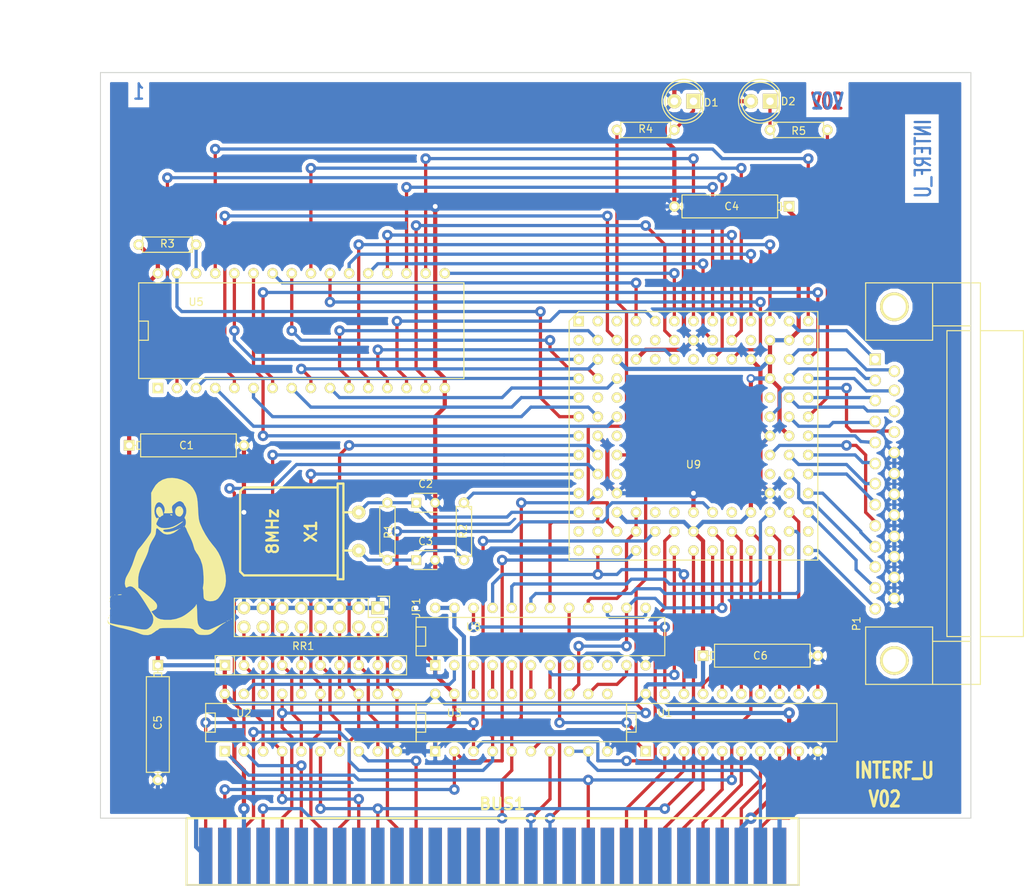
<source format=kicad_pcb>
(kicad_pcb (version 4) (host pcbnew "(2015-10-31 BZR 6288)-product")
  (title_block (title Demo) (rev 2.C) (company Kicad))
  (layers (0 Composant signal) (31 Cuivre signal) (34 B.Paste user) (35 F.Paste user) (36 B.SilkS user) (37 F.SilkS user) (38 B.Mask user) (39 F.Mask user) (44 Edge.Cuts user))
  (net 0 "")
  (net 1 /8MH-OUT)
  (net 2 /ACK)
  (net 3 /AUTOFD-)
  (net 4 /BIT0)
  (net 5 /BIT1)
  (net 6 /BIT2)
  (net 7 /BIT3)
  (net 8 /BIT4)
  (net 9 /BIT5)
  (net 10 /BIT6)
  (net 11 /BIT7)
  (net 12 /BUST+)
  (net 13 /CLKLCA)
  (net 14 /CS1-)
  (net 15 /D0)
  (net 16 /D1)
  (net 17 /D2)
  (net 18 /D3)
  (net 19 /D4)
  (net 20 /D5)
  (net 21 /D6)
  (net 22 /D7)
  (net 23 /DIR)
  (net 24 /DONE)
  (net 25 /ENBBUF)
  (net 26 /ERROR-)
  (net 27 /INIT-)
  (net 28 /LED1)
  (net 29 /LED2)
  (net 30 /MA0)
  (net 31 /MA1)
  (net 32 /MA10)
  (net 33 /MA11)
  (net 34 /MA12)
  (net 35 /MA13)
  (net 36 /MA14)
  (net 37 /MA15)
  (net 38 /MA16)
  (net 39 /MA2)
  (net 40 /MA3)
  (net 41 /MA4)
  (net 42 /MA5)
  (net 43 /MA6)
  (net 44 /MA7)
  (net 45 /MA8)
  (net 46 /MA9)
  (net 47 /MATCHL)
  (net 48 /MD0)
  (net 49 /MD1)
  (net 50 /MD2)
  (net 51 /MD3)
  (net 52 /MD4)
  (net 53 /MD5)
  (net 54 /MD6)
  (net 55 /MD7)
  (net 56 /OE-)
  (net 57 /PC-A0)
  (net 58 /PC-A1)
  (net 59 /PC-A10)
  (net 60 /PC-A11)
  (net 61 /PC-A2)
  (net 62 /PC-A3)
  (net 63 /PC-A4)
  (net 64 /PC-A5)
  (net 65 /PC-A6)
  (net 66 /PC-A7)
  (net 67 /PC-A8)
  (net 68 /PC-A9)
  (net 69 /PC-AEN)
  (net 70 /PC-DB0)
  (net 71 /PC-DB1)
  (net 72 /PC-DB2)
  (net 73 /PC-DB3)
  (net 74 /PC-DB4)
  (net 75 /PC-DB5)
  (net 76 /PC-DB6)
  (net 77 /PC-DB7)
  (net 78 /PC-IOR)
  (net 79 /PC-IOW)
  (net 80 /PC-RD)
  (net 81 /PC-RST)
  (net 82 /PC-WR)
  (net 83 /PE+)
  (net 84 /PROG-)
  (net 85 /REF10)
  (net 86 /REF11)
  (net 87 /REF4)
  (net 88 /REF5)
  (net 89 /REF6)
  (net 90 /REF7)
  (net 91 /REF8)
  (net 92 /REF9)
  (net 93 /RSTL)
  (net 94 /SEL_LPT)
  (net 95 /SLCT+)
  (net 96 /SLCTIN-)
  (net 97 /STROBE)
  (net 98 /WR-)
  (net 99 /WR_REG)
  (net 100 GND)
  (net 101 VCC)
  (net 102 "Net-(C2-Pad1)")
  (net 103 "Net-(C3-Pad1)")
  (net 104 "Net-(D1-Pad1)")
  (net 105 "Net-(D2-Pad1)")
  (net 106 "Net-(R3-Pad1)")
  (net 107 "Net-(U3-Pad15)")
  (net 108 "Net-(U3-Pad16)")
  (net 109 "Net-(U3-Pad17)")
  (net 110 "Net-(U3-Pad18)")
  (module LOGO (layer Composant) (at 89.027 98.552)
    (fp_text reference G*** hide)
    (fp_text value LOGO hide)
  )
  (module Capacitors_ThroughHole:C_Disc_D3_P2.5 (layer Composant) (at 121.305 91.44)
    (fp_text reference C2 (at 1.25 -2.5) (layer F.SilkS))
    (fp_text value 47pF hide)
    (pad 1 thru_hole rect (at 0 0) (size 1.3 1.3) (drill 0.8) (layers *.Cu *.Mask F.SilkS) (net 102 "Net-(C2-Pad1)"))
    (pad 2 thru_hole circle (at 2.5 0) (size 1.3 1.3) (drill 0.8001) (layers *.Cu *.Mask F.SilkS) (net 100 GND))
  )
  (module HC-18UH (layer Composant) (at 113.665 95.25 270)
    (fp_text reference X1 (at 0 6.35 270) (layer F.SilkS) (effects (font (thickness 0.3048))))
    (fp_text value 8MHz (at 0 11.43 270) (layer F.SilkS) (effects (font (thickness 0.3048))))
    (pad 1 thru_hole circle (at -2.54 0 270) (size 1.778 1.778) (drill 0.812799) (layers *.Cu *.Mask F.SilkS) (net 102 "Net-(C2-Pad1)"))
    (pad 2 thru_hole circle (at 2.54 0 270) (size 1.778 1.778) (drill 0.812799) (layers *.Cu *.Mask F.SilkS) (net 103 "Net-(C3-Pad1)"))
  )
  (module BUS_PC (layer Composant) (at 131.445 138.43)
    (fp_text reference BUS1 (at 1.27 -6.985) (layer F.SilkS) (effects (font (thickness 0.3048))))
    (fp_text value BUSPC hide)
    (pad 1 connect rect (at 38.1 0) (size 1.778 7.62) (layers Cuivre B.Mask) (net 100 GND))
    (pad 2 connect rect (at 35.56 0) (size 1.778 7.62) (layers Cuivre B.Mask) (net 81 /PC-RST))
    (pad 3 connect rect (at 33.02 0) (size 1.778 7.62) (layers Cuivre B.Mask) (net 101 VCC))
    (pad 4 connect rect (at 30.48 0) (size 1.778 7.62) (layers Cuivre B.Mask))
    (pad 5 connect rect (at 27.94 0) (size 1.778 7.62) (layers Cuivre B.Mask))
    (pad 6 connect rect (at 25.4 0) (size 1.778 7.62) (layers Cuivre B.Mask))
    (pad 7 connect rect (at 22.86 0) (size 1.778 7.62) (layers Cuivre B.Mask))
    (pad 8 connect rect (at 20.32 0) (size 1.778 7.62) (layers Cuivre B.Mask))
    (pad 9 connect rect (at 17.78 0) (size 1.778 7.62) (layers Cuivre B.Mask))
    (pad 10 connect rect (at 15.24 0) (size 1.778 7.62) (layers Cuivre B.Mask))
    (pad 11 connect rect (at 12.7 0) (size 1.778 7.62) (layers Cuivre B.Mask))
    (pad 12 connect rect (at 10.16 0) (size 1.778 7.62) (layers Cuivre B.Mask))
    (pad 13 connect rect (at 7.62 0) (size 1.778 7.62) (layers Cuivre B.Mask) (net 79 /PC-IOW))
    (pad 14 connect rect (at 5.08 0) (size 1.778 7.62) (layers Cuivre B.Mask) (net 78 /PC-IOR))
    (pad 15 connect rect (at 2.54 0) (size 1.778 7.62) (layers Cuivre B.Mask))
    (pad 16 connect rect (at 0 0) (size 1.778 7.62) (layers Cuivre B.Mask))
    (pad 17 connect rect (at -2.54 0) (size 1.778 7.62) (layers Cuivre B.Mask))
    (pad 18 connect rect (at -5.08 0) (size 1.778 7.62) (layers Cuivre B.Mask))
    (pad 19 connect rect (at -7.62 0) (size 1.778 7.62) (layers Cuivre B.Mask))
    (pad 20 connect rect (at -10.16 0) (size 1.778 7.62) (layers Cuivre B.Mask))
    (pad 21 connect rect (at -12.7 0) (size 1.778 7.62) (layers Cuivre B.Mask))
    (pad 22 connect rect (at -15.24 0) (size 1.778 7.62) (layers Cuivre B.Mask))
    (pad 23 connect rect (at -17.78 0) (size 1.778 7.62) (layers Cuivre B.Mask))
    (pad 24 connect rect (at -20.32 0) (size 1.778 7.62) (layers Cuivre B.Mask))
    (pad 25 connect rect (at -22.86 0) (size 1.778 7.62) (layers Cuivre B.Mask))
    (pad 26 connect rect (at -25.4 0) (size 1.778 7.62) (layers Cuivre B.Mask))
    (pad 27 connect rect (at -27.94 0) (size 1.778 7.62) (layers Cuivre B.Mask))
    (pad 28 connect rect (at -30.48 0) (size 1.778 7.62) (layers Cuivre B.Mask))
    (pad 29 connect rect (at -33.02 0) (size 1.778 7.62) (layers Cuivre B.Mask) (net 101 VCC))
    (pad 30 connect rect (at -35.56 0) (size 1.778 7.62) (layers Cuivre B.Mask))
    (pad 31 connect rect (at -38.1 0) (size 1.778 7.62) (layers Cuivre B.Mask) (net 100 GND))
    (pad 32 connect rect (at 38.1 0) (size 1.778 7.62) (layers Composant F.Mask))
    (pad 33 connect rect (at 35.56 0) (size 1.778 7.62) (layers Composant F.Mask) (net 77 /PC-DB7))
    (pad 34 connect rect (at 33.02 0) (size 1.778 7.62) (layers Composant F.Mask) (net 76 /PC-DB6))
    (pad 35 connect rect (at 30.48 0) (size 1.778 7.62) (layers Composant F.Mask) (net 75 /PC-DB5))
    (pad 36 connect rect (at 27.94 0) (size 1.778 7.62) (layers Composant F.Mask) (net 74 /PC-DB4))
    (pad 37 connect rect (at 25.4 0) (size 1.778 7.62) (layers Composant F.Mask) (net 73 /PC-DB3))
    (pad 38 connect rect (at 22.86 0) (size 1.778 7.62) (layers Composant F.Mask) (net 72 /PC-DB2))
    (pad 39 connect rect (at 20.32 0) (size 1.778 7.62) (layers Composant F.Mask) (net 71 /PC-DB1))
    (pad 40 connect rect (at 17.78 0) (size 1.778 7.62) (layers Composant F.Mask) (net 70 /PC-DB0))
    (pad 41 connect rect (at 15.24 0) (size 1.778 7.62) (layers Composant F.Mask))
    (pad 42 connect rect (at 12.7 0) (size 1.778 7.62) (layers Composant F.Mask) (net 69 /PC-AEN))
    (pad 43 connect rect (at 10.16 0) (size 1.778 7.62) (layers Composant F.Mask))
    (pad 44 connect rect (at 7.62 0) (size 1.778 7.62) (layers Composant F.Mask))
    (pad 45 connect rect (at 5.08 0) (size 1.778 7.62) (layers Composant F.Mask))
    (pad 46 connect rect (at 2.54 0) (size 1.778 7.62) (layers Composant F.Mask))
    (pad 47 connect rect (at 0 0) (size 1.778 7.62) (layers Composant F.Mask))
    (pad 48 connect rect (at -2.54 0) (size 1.778 7.62) (layers Composant F.Mask))
    (pad 49 connect rect (at -5.08 0) (size 1.778 7.62) (layers Composant F.Mask))
    (pad 50 connect rect (at -7.62 0) (size 1.778 7.62) (layers Composant F.Mask))
    (pad 51 connect rect (at -10.16 0) (size 1.778 7.62) (layers Composant F.Mask) (net 60 /PC-A11))
    (pad 52 connect rect (at -12.7 0) (size 1.778 7.62) (layers Composant F.Mask) (net 59 /PC-A10))
    (pad 53 connect rect (at -15.24 0) (size 1.778 7.62) (layers Composant F.Mask) (net 68 /PC-A9))
    (pad 54 connect rect (at -17.78 0) (size 1.778 7.62) (layers Composant F.Mask) (net 67 /PC-A8))
    (pad 55 connect rect (at -20.32 0) (size 1.778 7.62) (layers Composant F.Mask) (net 66 /PC-A7))
    (pad 56 connect rect (at -22.86 0) (size 1.778 7.62) (layers Composant F.Mask) (net 65 /PC-A6))
    (pad 57 connect rect (at -25.4 0) (size 1.778 7.62) (layers Composant F.Mask) (net 64 /PC-A5))
    (pad 58 connect rect (at -27.94 0) (size 1.778 7.62) (layers Composant F.Mask) (net 63 /PC-A4))
    (pad 59 connect rect (at -30.48 0) (size 1.778 7.62) (layers Composant F.Mask) (net 62 /PC-A3))
    (pad 60 connect rect (at -33.02 0) (size 1.778 7.62) (layers Composant F.Mask) (net 61 /PC-A2))
    (pad 61 connect rect (at -35.56 0) (size 1.778 7.62) (layers Composant F.Mask) (net 58 /PC-A1))
    (pad 62 connect rect (at -38.1 0) (size 1.778 7.62) (layers Composant F.Mask) (net 57 /PC-A0))
  )
  (module Sockets_DIP:DIP-32__600 (layer Composant) (at 106.045 68.58)
    (fp_text reference U5 (at -13.97 -3.81) (layer F.SilkS))
    (fp_text value 628128 hide)
    (pad 1 thru_hole rect (at -19.05 7.62) (size 1.397 1.397) (drill 0.8128) (layers *.Cu *.Mask F.SilkS))
    (pad 2 thru_hole circle (at -16.51 7.62) (size 1.397 1.397) (drill 0.8128) (layers *.Cu *.Mask F.SilkS) (net 38 /MA16))
    (pad 3 thru_hole circle (at -13.97 7.62) (size 1.397 1.397) (drill 0.8128) (layers *.Cu *.Mask F.SilkS) (net 36 /MA14))
    (pad 4 thru_hole circle (at -11.43 7.62) (size 1.397 1.397) (drill 0.8128) (layers *.Cu *.Mask F.SilkS) (net 34 /MA12))
    (pad 5 thru_hole circle (at -8.89 7.62) (size 1.397 1.397) (drill 0.8128) (layers *.Cu *.Mask F.SilkS) (net 44 /MA7))
    (pad 6 thru_hole circle (at -6.35 7.62) (size 1.397 1.397) (drill 0.8128) (layers *.Cu *.Mask F.SilkS) (net 43 /MA6))
    (pad 7 thru_hole circle (at -3.81 7.62) (size 1.397 1.397) (drill 0.8128) (layers *.Cu *.Mask F.SilkS) (net 42 /MA5))
    (pad 8 thru_hole circle (at -1.27 7.62) (size 1.397 1.397) (drill 0.8128) (layers *.Cu *.Mask F.SilkS) (net 41 /MA4))
    (pad 9 thru_hole circle (at 1.27 7.62) (size 1.397 1.397) (drill 0.8128) (layers *.Cu *.Mask F.SilkS) (net 40 /MA3))
    (pad 10 thru_hole circle (at 3.81 7.62) (size 1.397 1.397) (drill 0.8128) (layers *.Cu *.Mask F.SilkS) (net 39 /MA2))
    (pad 11 thru_hole circle (at 6.35 7.62) (size 1.397 1.397) (drill 0.8128) (layers *.Cu *.Mask F.SilkS) (net 31 /MA1))
    (pad 12 thru_hole circle (at 8.89 7.62) (size 1.397 1.397) (drill 0.8128) (layers *.Cu *.Mask F.SilkS) (net 30 /MA0))
    (pad 13 thru_hole circle (at 11.43 7.62) (size 1.397 1.397) (drill 0.8128) (layers *.Cu *.Mask F.SilkS) (net 48 /MD0))
    (pad 14 thru_hole circle (at 13.97 7.62) (size 1.397 1.397) (drill 0.8128) (layers *.Cu *.Mask F.SilkS) (net 49 /MD1))
    (pad 15 thru_hole circle (at 16.51 7.62) (size 1.397 1.397) (drill 0.8128) (layers *.Cu *.Mask F.SilkS) (net 50 /MD2))
    (pad 16 thru_hole circle (at 19.05 7.62) (size 1.397 1.397) (drill 0.8128) (layers *.Cu *.Mask F.SilkS) (net 100 GND))
    (pad 17 thru_hole circle (at 19.05 -7.62) (size 1.397 1.397) (drill 0.8128) (layers *.Cu *.Mask F.SilkS) (net 51 /MD3))
    (pad 18 thru_hole circle (at 16.51 -7.62) (size 1.397 1.397) (drill 0.8128) (layers *.Cu *.Mask F.SilkS) (net 52 /MD4))
    (pad 19 thru_hole circle (at 13.97 -7.62) (size 1.397 1.397) (drill 0.8128) (layers *.Cu *.Mask F.SilkS) (net 53 /MD5))
    (pad 20 thru_hole circle (at 11.43 -7.62) (size 1.397 1.397) (drill 0.8128) (layers *.Cu *.Mask F.SilkS) (net 54 /MD6))
    (pad 21 thru_hole circle (at 8.89 -7.62) (size 1.397 1.397) (drill 0.8128) (layers *.Cu *.Mask F.SilkS) (net 55 /MD7))
    (pad 22 thru_hole circle (at 6.35 -7.62) (size 1.397 1.397) (drill 0.8128) (layers *.Cu *.Mask F.SilkS) (net 14 /CS1-))
    (pad 23 thru_hole circle (at 3.81 -7.62) (size 1.397 1.397) (drill 0.8128) (layers *.Cu *.Mask F.SilkS) (net 32 /MA10))
    (pad 24 thru_hole circle (at 1.27 -7.62) (size 1.397 1.397) (drill 0.8128) (layers *.Cu *.Mask F.SilkS) (net 56 /OE-))
    (pad 25 thru_hole circle (at -1.27 -7.62) (size 1.397 1.397) (drill 0.8128) (layers *.Cu *.Mask F.SilkS) (net 33 /MA11))
    (pad 26 thru_hole circle (at -3.81 -7.62) (size 1.397 1.397) (drill 0.8128) (layers *.Cu *.Mask F.SilkS) (net 46 /MA9))
    (pad 27 thru_hole circle (at -6.35 -7.62) (size 1.397 1.397) (drill 0.8128) (layers *.Cu *.Mask F.SilkS) (net 45 /MA8))
    (pad 28 thru_hole circle (at -8.89 -7.62) (size 1.397 1.397) (drill 0.8128) (layers *.Cu *.Mask F.SilkS) (net 35 /MA13))
    (pad 29 thru_hole circle (at -11.43 -7.62) (size 1.397 1.397) (drill 0.8128) (layers *.Cu *.Mask F.SilkS) (net 98 /WR-))
    (pad 30 thru_hole circle (at -13.97 -7.62) (size 1.397 1.397) (drill 0.8128) (layers *.Cu *.Mask F.SilkS) (net 106 "Net-(R3-Pad1)"))
    (pad 31 thru_hole circle (at -16.51 -7.62) (size 1.397 1.397) (drill 0.8128) (layers *.Cu *.Mask F.SilkS) (net 37 /MA15))
    (pad 32 thru_hole circle (at -19.05 -7.62) (size 1.397 1.397) (drill 0.8128) (layers *.Cu *.Mask F.SilkS) (net 101 VCC))
  )
  (module Connect:DB25FC (layer Composant) (at 183.515 88.9 270)
    (fp_text reference P1 (at 18.61 3.745 270) (layer F.SilkS))
    (fp_text value DB25FEMELLE hide)
    (pad "" thru_hole circle (at 23.495 -1.27 270) (size 3.81 3.81) (drill 3.048) (layers *.Cu *.Mask F.SilkS))
    (pad "" thru_hole circle (at -23.495 -1.27 270) (size 3.81 3.81) (drill 3.048) (layers *.Cu *.Mask F.SilkS))
    (pad 1 thru_hole rect (at -16.51 1.27 270) (size 1.524 1.524) (drill 1.016) (layers *.Cu *.Mask F.SilkS) (net 97 /STROBE))
    (pad 2 thru_hole circle (at -13.716 1.27 270) (size 1.524 1.524) (drill 1.016) (layers *.Cu *.Mask F.SilkS) (net 4 /BIT0))
    (pad 3 thru_hole circle (at -11.049 1.27 270) (size 1.524 1.524) (drill 1.016) (layers *.Cu *.Mask F.SilkS) (net 5 /BIT1))
    (pad 4 thru_hole circle (at -8.255 1.27 270) (size 1.524 1.524) (drill 1.016) (layers *.Cu *.Mask F.SilkS) (net 6 /BIT2))
    (pad 5 thru_hole circle (at -5.461 1.27 270) (size 1.524 1.524) (drill 1.016) (layers *.Cu *.Mask F.SilkS) (net 7 /BIT3))
    (pad 6 thru_hole circle (at -2.667 1.27 270) (size 1.524 1.524) (drill 1.016) (layers *.Cu *.Mask F.SilkS) (net 8 /BIT4))
    (pad 7 thru_hole circle (at 0 1.27 270) (size 1.524 1.524) (drill 1.016) (layers *.Cu *.Mask F.SilkS) (net 9 /BIT5))
    (pad 8 thru_hole circle (at 2.794 1.27 270) (size 1.524 1.524) (drill 1.016) (layers *.Cu *.Mask F.SilkS) (net 10 /BIT6))
    (pad 9 thru_hole circle (at 5.588 1.27 270) (size 1.524 1.524) (drill 1.016) (layers *.Cu *.Mask F.SilkS) (net 11 /BIT7))
    (pad 10 thru_hole circle (at 8.382 1.27 270) (size 1.524 1.524) (drill 1.016) (layers *.Cu *.Mask F.SilkS) (net 2 /ACK))
    (pad 11 thru_hole circle (at 11.049 1.27 270) (size 1.524 1.524) (drill 1.016) (layers *.Cu *.Mask F.SilkS) (net 12 /BUST+))
    (pad 12 thru_hole circle (at 13.843 1.27 270) (size 1.524 1.524) (drill 1.016) (layers *.Cu *.Mask F.SilkS) (net 83 /PE+))
    (pad 13 thru_hole circle (at 16.637 1.27 270) (size 1.524 1.524) (drill 1.016) (layers *.Cu *.Mask F.SilkS) (net 95 /SLCT+))
    (pad 14 thru_hole circle (at -14.9352 -1.27 270) (size 1.524 1.524) (drill 1.016) (layers *.Cu *.Mask F.SilkS) (net 3 /AUTOFD-))
    (pad 15 thru_hole circle (at -12.3952 -1.27 270) (size 1.524 1.524) (drill 1.016) (layers *.Cu *.Mask F.SilkS) (net 26 /ERROR-))
    (pad 16 thru_hole circle (at -9.6012 -1.27 270) (size 1.524 1.524) (drill 1.016) (layers *.Cu *.Mask F.SilkS) (net 27 /INIT-))
    (pad 17 thru_hole circle (at -6.858 -1.27 270) (size 1.524 1.524) (drill 1.016) (layers *.Cu *.Mask F.SilkS) (net 96 /SLCTIN-))
    (pad 18 thru_hole circle (at -4.1148 -1.27 270) (size 1.524 1.524) (drill 1.016) (layers *.Cu *.Mask F.SilkS) (net 100 GND))
    (pad 19 thru_hole circle (at -1.3208 -1.27 270) (size 1.524 1.524) (drill 1.016) (layers *.Cu *.Mask F.SilkS) (net 100 GND))
    (pad 20 thru_hole circle (at 1.4224 -1.27 270) (size 1.524 1.524) (drill 1.016) (layers *.Cu *.Mask F.SilkS) (net 100 GND))
    (pad 21 thru_hole circle (at 4.1656 -1.27 270) (size 1.524 1.524) (drill 1.016) (layers *.Cu *.Mask F.SilkS) (net 100 GND))
    (pad 22 thru_hole circle (at 7.0104 -1.27 270) (size 1.524 1.524) (drill 1.016) (layers *.Cu *.Mask F.SilkS) (net 100 GND))
    (pad 23 thru_hole circle (at 9.7028 -1.27 270) (size 1.524 1.524) (drill 1.016) (layers *.Cu *.Mask F.SilkS) (net 100 GND))
    (pad 24 thru_hole circle (at 12.446 -1.27 270) (size 1.524 1.524) (drill 1.016) (layers *.Cu *.Mask F.SilkS) (net 100 GND))
    (pad 25 thru_hole circle (at 15.24 -1.27 270) (size 1.524 1.524) (drill 1.016) (layers *.Cu *.Mask F.SilkS) (net 100 GND))
  )
  (module Sockets:PGA120 (layer Composant) (at 158.115 82.55 180)
    (fp_text reference U9 (at 0 -3.81 180) (layer F.SilkS))
    (fp_text value 4003APG120 hide)
    (pad N1 thru_hole circle (at 15.24 -15.24 180) (size 1.397 1.397) (drill 0.7874) (layers *.Cu *.Mask F.SilkS))
    (pad N2 thru_hole circle (at 12.7 -15.24 180) (size 1.397 1.397) (drill 0.7874) (layers *.Cu *.Mask F.SilkS) (net 15 /D0))
    (pad N3 thru_hole circle (at 10.16 -15.24 180) (size 1.397 1.397) (drill 0.7874) (layers *.Cu *.Mask F.SilkS))
    (pad M1 thru_hole circle (at 15.24 -12.7 180) (size 1.397 1.397) (drill 0.7874) (layers *.Cu *.Mask F.SilkS))
    (pad M2 thru_hole circle (at 12.7 -12.7 180) (size 1.397 1.397) (drill 0.7874) (layers *.Cu *.Mask F.SilkS))
    (pad M3 thru_hole circle (at 10.16 -12.7 180) (size 1.397 1.397) (drill 0.7874) (layers *.Cu *.Mask F.SilkS) (net 28 /LED1))
    (pad L1 thru_hole circle (at 15.24 -10.16 180) (size 1.397 1.397) (drill 0.7874) (layers *.Cu *.Mask F.SilkS) (net 102 "Net-(C2-Pad1)"))
    (pad L2 thru_hole circle (at 12.7 -10.16 180) (size 1.397 1.397) (drill 0.7874) (layers *.Cu *.Mask F.SilkS) (net 94 /SEL_LPT))
    (pad L3 thru_hole circle (at 10.16 -10.16 180) (size 1.397 1.397) (drill 0.7874) (layers *.Cu *.Mask F.SilkS) (net 101 VCC))
    (pad K1 thru_hole circle (at 15.24 -7.62 180) (size 1.397 1.397) (drill 0.7874) (layers *.Cu *.Mask F.SilkS) (net 1 /8MH-OUT))
    (pad K2 thru_hole circle (at 12.7 -7.62 180) (size 1.397 1.397) (drill 0.7874) (layers *.Cu *.Mask F.SilkS) (net 62 /PC-A3))
    (pad K3 thru_hole circle (at 10.16 -7.62 180) (size 1.397 1.397) (drill 0.7874) (layers *.Cu *.Mask F.SilkS) (net 100 GND))
    (pad J1 thru_hole circle (at 15.24 -5.08 180) (size 1.397 1.397) (drill 0.7874) (layers *.Cu *.Mask F.SilkS) (net 65 /PC-A6))
    (pad J2 thru_hole circle (at 12.7 -5.08 180) (size 1.397 1.397) (drill 0.7874) (layers *.Cu *.Mask F.SilkS) (net 64 /PC-A5))
    (pad J3 thru_hole circle (at 10.16 -5.08 180) (size 1.397 1.397) (drill 0.7874) (layers *.Cu *.Mask F.SilkS))
    (pad H1 thru_hole circle (at 15.24 -2.54 180) (size 1.397 1.397) (drill 0.7874) (layers *.Cu *.Mask F.SilkS) (net 67 /PC-A8))
    (pad H2 thru_hole circle (at 12.7 -2.54 180) (size 1.397 1.397) (drill 0.7874) (layers *.Cu *.Mask F.SilkS) (net 66 /PC-A7))
    (pad H3 thru_hole circle (at 10.16 -2.54 180) (size 1.397 1.397) (drill 0.7874) (layers *.Cu *.Mask F.SilkS) (net 63 /PC-A4))
    (pad G1 thru_hole circle (at 15.24 0 180) (size 1.397 1.397) (drill 0.7874) (layers *.Cu *.Mask F.SilkS) (net 45 /MA8))
    (pad G2 thru_hole circle (at 12.7 0 180) (size 1.397 1.397) (drill 0.7874) (layers *.Cu *.Mask F.SilkS) (net 100 GND))
    (pad G3 thru_hole circle (at 10.16 0 180) (size 1.397 1.397) (drill 0.7874) (layers *.Cu *.Mask F.SilkS))
    (pad F1 thru_hole circle (at 15.24 2.54 180) (size 1.397 1.397) (drill 0.7874) (layers *.Cu *.Mask F.SilkS) (net 37 /MA15))
    (pad F2 thru_hole circle (at 12.7 2.54 180) (size 1.397 1.397) (drill 0.7874) (layers *.Cu *.Mask F.SilkS) (net 43 /MA6))
    (pad F3 thru_hole circle (at 10.16 2.54 180) (size 1.397 1.397) (drill 0.7874) (layers *.Cu *.Mask F.SilkS) (net 34 /MA12))
    (pad E1 thru_hole circle (at 15.24 5.08 180) (size 1.397 1.397) (drill 0.7874) (layers *.Cu *.Mask F.SilkS) (net 41 /MA4))
    (pad E2 thru_hole circle (at 12.7 5.08 180) (size 1.397 1.397) (drill 0.7874) (layers *.Cu *.Mask F.SilkS))
    (pad E3 thru_hole circle (at 10.16 5.08 180) (size 1.397 1.397) (drill 0.7874) (layers *.Cu *.Mask F.SilkS))
    (pad D1 thru_hole circle (at 15.24 7.62 180) (size 1.397 1.397) (drill 0.7874) (layers *.Cu *.Mask F.SilkS) (net 36 /MA14))
    (pad D2 thru_hole circle (at 12.7 7.62 180) (size 1.397 1.397) (drill 0.7874) (layers *.Cu *.Mask F.SilkS) (net 33 /MA11))
    (pad D3 thru_hole circle (at 10.16 7.62 180) (size 1.397 1.397) (drill 0.7874) (layers *.Cu *.Mask F.SilkS) (net 39 /MA2))
    (pad C1 thru_hole circle (at 15.24 10.16 180) (size 1.397 1.397) (drill 0.7874) (layers *.Cu *.Mask F.SilkS) (net 35 /MA13))
    (pad C2 thru_hole circle (at 12.7 10.16 180) (size 1.397 1.397) (drill 0.7874) (layers *.Cu *.Mask F.SilkS) (net 40 /MA3))
    (pad C3 thru_hole circle (at 10.16 10.16 180) (size 1.397 1.397) (drill 0.7874) (layers *.Cu *.Mask F.SilkS) (net 101 VCC))
    (pad C4 thru_hole circle (at 7.62 10.16 180) (size 1.397 1.397) (drill 0.7874) (layers *.Cu *.Mask F.SilkS) (net 100 GND))
    (pad C5 thru_hole circle (at 5.08 10.16 180) (size 1.397 1.397) (drill 0.7874) (layers *.Cu *.Mask F.SilkS))
    (pad C6 thru_hole circle (at 2.54 10.16 180) (size 1.397 1.397) (drill 0.7874) (layers *.Cu *.Mask F.SilkS) (net 48 /MD0))
    (pad C7 thru_hole circle (at 0 10.16 180) (size 1.397 1.397) (drill 0.7874) (layers *.Cu *.Mask F.SilkS))
    (pad C8 thru_hole circle (at -2.54 10.16 180) (size 1.397 1.397) (drill 0.7874) (layers *.Cu *.Mask F.SilkS) (net 38 /MA16))
    (pad C9 thru_hole circle (at -5.08 10.16 180) (size 1.397 1.397) (drill 0.7874) (layers *.Cu *.Mask F.SilkS) (net 32 /MA10))
    (pad C10 thru_hole circle (at -7.62 10.16 180) (size 1.397 1.397) (drill 0.7874) (layers *.Cu *.Mask F.SilkS) (net 100 GND))
    (pad C11 thru_hole circle (at -10.16 10.16 180) (size 1.397 1.397) (drill 0.7874) (layers *.Cu *.Mask F.SilkS) (net 101 VCC))
    (pad C12 thru_hole circle (at -12.7 10.16 180) (size 1.397 1.397) (drill 0.7874) (layers *.Cu *.Mask F.SilkS) (net 3 /AUTOFD-))
    (pad C13 thru_hole circle (at -15.24 10.16 180) (size 1.397 1.397) (drill 0.7874) (layers *.Cu *.Mask F.SilkS) (net 42 /MA5))
    (pad B1 thru_hole circle (at 15.24 12.7 180) (size 1.397 1.397) (drill 0.7874) (layers *.Cu *.Mask F.SilkS))
    (pad B2 thru_hole circle (at 12.7 12.7 180) (size 1.397 1.397) (drill 0.7874) (layers *.Cu *.Mask F.SilkS) (net 31 /MA1))
    (pad B3 thru_hole circle (at 10.16 12.7 180) (size 1.397 1.397) (drill 0.7874) (layers *.Cu *.Mask F.SilkS) (net 44 /MA7))
    (pad B4 thru_hole circle (at 7.62 12.7 180) (size 1.397 1.397) (drill 0.7874) (layers *.Cu *.Mask F.SilkS))
    (pad B5 thru_hole circle (at 5.08 12.7 180) (size 1.397 1.397) (drill 0.7874) (layers *.Cu *.Mask F.SilkS))
    (pad B6 thru_hole circle (at 2.54 12.7 180) (size 1.397 1.397) (drill 0.7874) (layers *.Cu *.Mask F.SilkS) (net 50 /MD2))
    (pad B7 thru_hole circle (at 0 12.7 180) (size 1.397 1.397) (drill 0.7874) (layers *.Cu *.Mask F.SilkS) (net 100 GND))
    (pad B8 thru_hole circle (at -2.54 12.7 180) (size 1.397 1.397) (drill 0.7874) (layers *.Cu *.Mask F.SilkS) (net 55 /MD7))
    (pad B9 thru_hole circle (at -5.08 12.7 180) (size 1.397 1.397) (drill 0.7874) (layers *.Cu *.Mask F.SilkS) (net 56 /OE-))
    (pad B10 thru_hole circle (at -7.62 12.7 180) (size 1.397 1.397) (drill 0.7874) (layers *.Cu *.Mask F.SilkS))
    (pad B11 thru_hole circle (at -10.16 12.7 180) (size 1.397 1.397) (drill 0.7874) (layers *.Cu *.Mask F.SilkS) (net 101 VCC))
    (pad B12 thru_hole circle (at -12.7 12.7 180) (size 1.397 1.397) (drill 0.7874) (layers *.Cu *.Mask F.SilkS) (net 101 VCC))
    (pad B13 thru_hole circle (at -15.24 12.7 180) (size 1.397 1.397) (drill 0.7874) (layers *.Cu *.Mask F.SilkS))
    (pad A1 thru_hole rect (at 15.24 15.24 180) (size 1.397 1.397) (drill 0.7874) (layers *.Cu *.Mask F.SilkS))
    (pad A2 thru_hole circle (at 12.7 15.24 180) (size 1.397 1.397) (drill 0.7874) (layers *.Cu *.Mask F.SilkS))
    (pad A3 thru_hole circle (at 10.16 15.24 180) (size 1.397 1.397) (drill 0.7874) (layers *.Cu *.Mask F.SilkS))
    (pad A4 thru_hole circle (at 7.62 15.24 180) (size 1.397 1.397) (drill 0.7874) (layers *.Cu *.Mask F.SilkS) (net 46 /MA9))
    (pad A5 thru_hole circle (at 5.08 15.24 180) (size 1.397 1.397) (drill 0.7874) (layers *.Cu *.Mask F.SilkS) (net 49 /MD1))
    (pad A6 thru_hole circle (at 2.54 15.24 180) (size 1.397 1.397) (drill 0.7874) (layers *.Cu *.Mask F.SilkS) (net 51 /MD3))
    (pad A7 thru_hole circle (at 0 15.24 180) (size 1.397 1.397) (drill 0.7874) (layers *.Cu *.Mask F.SilkS) (net 52 /MD4))
    (pad A8 thru_hole circle (at -2.54 15.24 180) (size 1.397 1.397) (drill 0.7874) (layers *.Cu *.Mask F.SilkS) (net 53 /MD5))
    (pad A9 thru_hole circle (at -5.08 15.24 180) (size 1.397 1.397) (drill 0.7874) (layers *.Cu *.Mask F.SilkS) (net 54 /MD6))
    (pad A10 thru_hole circle (at -7.62 15.24 180) (size 1.397 1.397) (drill 0.7874) (layers *.Cu *.Mask F.SilkS) (net 14 /CS1-))
    (pad A11 thru_hole circle (at -10.16 15.24 180) (size 1.397 1.397) (drill 0.7874) (layers *.Cu *.Mask F.SilkS) (net 30 /MA0))
    (pad A12 thru_hole circle (at -12.7 15.24 180) (size 1.397 1.397) (drill 0.7874) (layers *.Cu *.Mask F.SilkS) (net 97 /STROBE))
    (pad A13 thru_hole circle (at -15.24 15.24 180) (size 1.397 1.397) (drill 0.7874) (layers *.Cu *.Mask F.SilkS) (net 98 /WR-))
    (pad N4 thru_hole circle (at 7.62 -15.24 180) (size 1.397 1.397) (drill 0.7874) (layers *.Cu *.Mask F.SilkS) (net 58 /PC-A1))
    (pad N5 thru_hole circle (at 5.08 -15.24 180) (size 1.397 1.397) (drill 0.7874) (layers *.Cu *.Mask F.SilkS))
    (pad N6 thru_hole circle (at 2.54 -15.24 180) (size 1.397 1.397) (drill 0.7874) (layers *.Cu *.Mask F.SilkS) (net 82 /PC-WR))
    (pad N7 thru_hole circle (at 0 -15.24 180) (size 1.397 1.397) (drill 0.7874) (layers *.Cu *.Mask F.SilkS) (net 68 /PC-A9))
    (pad N8 thru_hole circle (at -2.54 -15.24 180) (size 1.397 1.397) (drill 0.7874) (layers *.Cu *.Mask F.SilkS) (net 16 /D1))
    (pad N9 thru_hole circle (at -5.08 -15.24 180) (size 1.397 1.397) (drill 0.7874) (layers *.Cu *.Mask F.SilkS) (net 17 /D2))
    (pad N10 thru_hole circle (at -7.62 -15.24 180) (size 1.397 1.397) (drill 0.7874) (layers *.Cu *.Mask F.SilkS) (net 69 /PC-AEN))
    (pad N11 thru_hole circle (at -10.16 -15.24 180) (size 1.397 1.397) (drill 0.7874) (layers *.Cu *.Mask F.SilkS) (net 20 /D5))
    (pad N12 thru_hole circle (at -12.7 -15.24 180) (size 1.397 1.397) (drill 0.7874) (layers *.Cu *.Mask F.SilkS))
    (pad N13 thru_hole circle (at -15.24 -15.24 180) (size 1.397 1.397) (drill 0.7874) (layers *.Cu *.Mask F.SilkS) (net 95 /SLCT+))
    (pad M4 thru_hole circle (at 7.62 -12.7 180) (size 1.397 1.397) (drill 0.7874) (layers *.Cu *.Mask F.SilkS) (net 13 /CLKLCA))
    (pad M5 thru_hole circle (at 5.08 -12.7 180) (size 1.397 1.397) (drill 0.7874) (layers *.Cu *.Mask F.SilkS) (net 61 /PC-A2))
    (pad M6 thru_hole circle (at 2.54 -12.7 180) (size 1.397 1.397) (drill 0.7874) (layers *.Cu *.Mask F.SilkS) (net 57 /PC-A0))
    (pad M7 thru_hole circle (at 0 -12.7 180) (size 1.397 1.397) (drill 0.7874) (layers *.Cu *.Mask F.SilkS) (net 101 VCC))
    (pad M8 thru_hole circle (at -2.54 -12.7 180) (size 1.397 1.397) (drill 0.7874) (layers *.Cu *.Mask F.SilkS) (net 80 /PC-RD))
    (pad M9 thru_hole circle (at -5.08 -12.7 180) (size 1.397 1.397) (drill 0.7874) (layers *.Cu *.Mask F.SilkS) (net 18 /D3))
    (pad M10 thru_hole circle (at -7.62 -12.7 180) (size 1.397 1.397) (drill 0.7874) (layers *.Cu *.Mask F.SilkS) (net 19 /D4))
    (pad M11 thru_hole circle (at -10.16 -12.7 180) (size 1.397 1.397) (drill 0.7874) (layers *.Cu *.Mask F.SilkS) (net 21 /D6))
    (pad M12 thru_hole circle (at -12.7 -12.7 180) (size 1.397 1.397) (drill 0.7874) (layers *.Cu *.Mask F.SilkS) (net 84 /PROG-))
    (pad M13 thru_hole circle (at -15.24 -12.7 180) (size 1.397 1.397) (drill 0.7874) (layers *.Cu *.Mask F.SilkS))
    (pad L4 thru_hole circle (at 7.62 -10.16 180) (size 1.397 1.397) (drill 0.7874) (layers *.Cu *.Mask F.SilkS) (net 13 /CLKLCA))
    (pad L5 thru_hole circle (at 5.08 -10.16 180) (size 1.397 1.397) (drill 0.7874) (layers *.Cu *.Mask F.SilkS))
    (pad L6 thru_hole circle (at 2.54 -10.16 180) (size 1.397 1.397) (drill 0.7874) (layers *.Cu *.Mask F.SilkS))
    (pad L7 thru_hole circle (at 0 -10.16 180) (size 1.397 1.397) (drill 0.7874) (layers *.Cu *.Mask F.SilkS) (net 100 GND))
    (pad L8 thru_hole circle (at -2.54 -10.16 180) (size 1.397 1.397) (drill 0.7874) (layers *.Cu *.Mask F.SilkS) (net 59 /PC-A10))
    (pad L9 thru_hole circle (at -5.08 -10.16 180) (size 1.397 1.397) (drill 0.7874) (layers *.Cu *.Mask F.SilkS))
    (pad L10 thru_hole circle (at -7.62 -10.16 180) (size 1.397 1.397) (drill 0.7874) (layers *.Cu *.Mask F.SilkS) (net 101 VCC))
    (pad L11 thru_hole circle (at -10.16 -10.16 180) (size 1.397 1.397) (drill 0.7874) (layers *.Cu *.Mask F.SilkS) (net 24 /DONE))
    (pad L12 thru_hole circle (at -12.7 -10.16 180) (size 1.397 1.397) (drill 0.7874) (layers *.Cu *.Mask F.SilkS) (net 22 /D7))
    (pad L13 thru_hole circle (at -15.24 -10.16 180) (size 1.397 1.397) (drill 0.7874) (layers *.Cu *.Mask F.SilkS) (net 83 /PE+))
    (pad K11 thru_hole circle (at -10.16 -7.62 180) (size 1.397 1.397) (drill 0.7874) (layers *.Cu *.Mask F.SilkS) (net 100 GND))
    (pad K12 thru_hole circle (at -12.7 -7.62 180) (size 1.397 1.397) (drill 0.7874) (layers *.Cu *.Mask F.SilkS))
    (pad K13 thru_hole circle (at -15.24 -7.62 180) (size 1.397 1.397) (drill 0.7874) (layers *.Cu *.Mask F.SilkS) (net 2 /ACK))
    (pad J11 thru_hole circle (at -10.16 -5.08 180) (size 1.397 1.397) (drill 0.7874) (layers *.Cu *.Mask F.SilkS))
    (pad J12 thru_hole circle (at -12.7 -5.08 180) (size 1.397 1.397) (drill 0.7874) (layers *.Cu *.Mask F.SilkS) (net 12 /BUST+))
    (pad J13 thru_hole circle (at -15.24 -5.08 180) (size 1.397 1.397) (drill 0.7874) (layers *.Cu *.Mask F.SilkS) (net 10 /BIT6))
    (pad H11 thru_hole circle (at -10.16 -2.54 180) (size 1.397 1.397) (drill 0.7874) (layers *.Cu *.Mask F.SilkS) (net 11 /BIT7))
    (pad H12 thru_hole circle (at -12.7 -2.54 180) (size 1.397 1.397) (drill 0.7874) (layers *.Cu *.Mask F.SilkS) (net 9 /BIT5))
    (pad H13 thru_hole circle (at -15.24 -2.54 180) (size 1.397 1.397) (drill 0.7874) (layers *.Cu *.Mask F.SilkS) (net 8 /BIT4))
    (pad G11 thru_hole circle (at -10.16 0 180) (size 1.397 1.397) (drill 0.7874) (layers *.Cu *.Mask F.SilkS) (net 100 GND))
    (pad G12 thru_hole circle (at -12.7 0 180) (size 1.397 1.397) (drill 0.7874) (layers *.Cu *.Mask F.SilkS) (net 101 VCC))
    (pad G13 thru_hole circle (at -15.24 0 180) (size 1.397 1.397) (drill 0.7874) (layers *.Cu *.Mask F.SilkS) (net 7 /BIT3))
    (pad F11 thru_hole circle (at -10.16 2.54 180) (size 1.397 1.397) (drill 0.7874) (layers *.Cu *.Mask F.SilkS) (net 96 /SLCTIN-))
    (pad F12 thru_hole circle (at -12.7 2.54 180) (size 1.397 1.397) (drill 0.7874) (layers *.Cu *.Mask F.SilkS) (net 6 /BIT2))
    (pad F13 thru_hole circle (at -15.24 2.54 180) (size 1.397 1.397) (drill 0.7874) (layers *.Cu *.Mask F.SilkS) (net 29 /LED2))
    (pad E11 thru_hole circle (at -10.16 5.08 180) (size 1.397 1.397) (drill 0.7874) (layers *.Cu *.Mask F.SilkS))
    (pad E12 thru_hole circle (at -12.7 5.08 180) (size 1.397 1.397) (drill 0.7874) (layers *.Cu *.Mask F.SilkS) (net 27 /INIT-))
    (pad E13 thru_hole circle (at -15.24 5.08 180) (size 1.397 1.397) (drill 0.7874) (layers *.Cu *.Mask F.SilkS) (net 5 /BIT1))
    (pad D11 thru_hole circle (at -10.16 7.62 180) (size 1.397 1.397) (drill 0.7874) (layers *.Cu *.Mask F.SilkS) (net 101 VCC))
    (pad D12 thru_hole circle (at -12.7 7.62 180) (size 1.397 1.397) (drill 0.7874) (layers *.Cu *.Mask F.SilkS) (net 4 /BIT0))
    (pad D13 thru_hole circle (at -15.24 7.62 180) (size 1.397 1.397) (drill 0.7874) (layers *.Cu *.Mask F.SilkS) (net 26 /ERROR-))
  )
  (module Sockets_DIP:DIP-24__300 (layer Composant) (at 137.795 109.22)
    (fp_text reference U8 (at -8.89 -1.27) (layer F.SilkS))
    (fp_text value EP600 hide)
    (pad 1 thru_hole rect (at -13.97 3.81) (size 1.397 1.397) (drill 0.8128) (layers *.Cu *.Mask F.SilkS) (net 100 GND))
    (pad 2 thru_hole circle (at -11.43 3.81) (size 1.397 1.397) (drill 0.8128) (layers *.Cu *.Mask F.SilkS) (net 47 /MATCHL))
    (pad 3 thru_hole circle (at -8.89 3.81) (size 1.397 1.397) (drill 0.8128) (layers *.Cu *.Mask F.SilkS) (net 110 "Net-(U3-Pad18)"))
    (pad 4 thru_hole circle (at -6.35 3.81) (size 1.397 1.397) (drill 0.8128) (layers *.Cu *.Mask F.SilkS) (net 109 "Net-(U3-Pad17)"))
    (pad 5 thru_hole circle (at -3.81 3.81) (size 1.397 1.397) (drill 0.8128) (layers *.Cu *.Mask F.SilkS) (net 108 "Net-(U3-Pad16)"))
    (pad 6 thru_hole circle (at -1.27 3.81) (size 1.397 1.397) (drill 0.8128) (layers *.Cu *.Mask F.SilkS) (net 107 "Net-(U3-Pad15)"))
    (pad 7 thru_hole circle (at 1.27 3.81) (size 1.397 1.397) (drill 0.8128) (layers *.Cu *.Mask F.SilkS) (net 82 /PC-WR))
    (pad 8 thru_hole circle (at 3.81 3.81) (size 1.397 1.397) (drill 0.8128) (layers *.Cu *.Mask F.SilkS))
    (pad 9 thru_hole circle (at 6.35 3.81) (size 1.397 1.397) (drill 0.8128) (layers *.Cu *.Mask F.SilkS))
    (pad 10 thru_hole circle (at 8.89 3.81) (size 1.397 1.397) (drill 0.8128) (layers *.Cu *.Mask F.SilkS))
    (pad 11 thru_hole circle (at 11.43 3.81) (size 1.397 1.397) (drill 0.8128) (layers *.Cu *.Mask F.SilkS) (net 93 /RSTL))
    (pad 12 thru_hole circle (at 13.97 3.81) (size 1.397 1.397) (drill 0.8128) (layers *.Cu *.Mask F.SilkS) (net 100 GND))
    (pad 13 thru_hole circle (at 13.97 -3.81) (size 1.397 1.397) (drill 0.8128) (layers *.Cu *.Mask F.SilkS) (net 99 /WR_REG))
    (pad 14 thru_hole circle (at 11.43 -3.81) (size 1.397 1.397) (drill 0.8128) (layers *.Cu *.Mask F.SilkS) (net 80 /PC-RD))
    (pad 15 thru_hole circle (at 8.89 -3.81) (size 1.397 1.397) (drill 0.8128) (layers *.Cu *.Mask F.SilkS) (net 99 /WR_REG))
    (pad 16 thru_hole circle (at 6.35 -3.81) (size 1.397 1.397) (drill 0.8128) (layers *.Cu *.Mask F.SilkS) (net 13 /CLKLCA))
    (pad 17 thru_hole circle (at 3.81 -3.81) (size 1.397 1.397) (drill 0.8128) (layers *.Cu *.Mask F.SilkS) (net 23 /DIR))
    (pad 18 thru_hole circle (at 1.27 -3.81) (size 1.397 1.397) (drill 0.8128) (layers *.Cu *.Mask F.SilkS) (net 94 /SEL_LPT))
    (pad 19 thru_hole circle (at -1.27 -3.81) (size 1.397 1.397) (drill 0.8128) (layers *.Cu *.Mask F.SilkS) (net 84 /PROG-))
    (pad 20 thru_hole circle (at -3.81 -3.81) (size 1.397 1.397) (drill 0.8128) (layers *.Cu *.Mask F.SilkS) (net 24 /DONE))
    (pad 21 thru_hole circle (at -6.35 -3.81) (size 1.397 1.397) (drill 0.8128) (layers *.Cu *.Mask F.SilkS) (net 15 /D0))
    (pad 22 thru_hole circle (at -8.89 -3.81) (size 1.397 1.397) (drill 0.8128) (layers *.Cu *.Mask F.SilkS) (net 25 /ENBBUF))
    (pad 23 thru_hole circle (at -11.43 -3.81) (size 1.397 1.397) (drill 0.8128) (layers *.Cu *.Mask F.SilkS) (net 101 VCC))
    (pad 24 thru_hole circle (at -13.97 -3.81) (size 1.397 1.397) (drill 0.8128) (layers *.Cu *.Mask F.SilkS) (net 101 VCC))
  )
  (module Sockets_DIP:DIP-20__300 (layer Composant) (at 135.255 120.65)
    (fp_text reference U3 (at -8.89 -1.27) (layer F.SilkS))
    (fp_text value 74LS541 hide)
    (pad 1 thru_hole rect (at -11.43 3.81) (size 1.397 1.397) (drill 0.8128) (layers *.Cu *.Mask F.SilkS) (net 100 GND))
    (pad 2 thru_hole circle (at -8.89 3.81) (size 1.397 1.397) (drill 0.8128) (layers *.Cu *.Mask F.SilkS) (net 58 /PC-A1))
    (pad 3 thru_hole circle (at -6.35 3.81) (size 1.397 1.397) (drill 0.8128) (layers *.Cu *.Mask F.SilkS) (net 57 /PC-A0))
    (pad 4 thru_hole circle (at -3.81 3.81) (size 1.397 1.397) (drill 0.8128) (layers *.Cu *.Mask F.SilkS) (net 61 /PC-A2))
    (pad 5 thru_hole circle (at -1.27 3.81) (size 1.397 1.397) (drill 0.8128) (layers *.Cu *.Mask F.SilkS) (net 62 /PC-A3))
    (pad 6 thru_hole circle (at 1.27 3.81) (size 1.397 1.397) (drill 0.8128) (layers *.Cu *.Mask F.SilkS) (net 79 /PC-IOW))
    (pad 7 thru_hole circle (at 3.81 3.81) (size 1.397 1.397) (drill 0.8128) (layers *.Cu *.Mask F.SilkS) (net 78 /PC-IOR))
    (pad 8 thru_hole circle (at 6.35 3.81) (size 1.397 1.397) (drill 0.8128) (layers *.Cu *.Mask F.SilkS) (net 81 /PC-RST))
    (pad 9 thru_hole circle (at 8.89 3.81) (size 1.397 1.397) (drill 0.8128) (layers *.Cu *.Mask F.SilkS) (net 81 /PC-RST))
    (pad 10 thru_hole circle (at 11.43 3.81) (size 1.397 1.397) (drill 0.8128) (layers *.Cu *.Mask F.SilkS) (net 100 GND))
    (pad 11 thru_hole circle (at 11.43 -3.81) (size 1.397 1.397) (drill 0.8128) (layers *.Cu *.Mask F.SilkS))
    (pad 12 thru_hole circle (at 8.89 -3.81) (size 1.397 1.397) (drill 0.8128) (layers *.Cu *.Mask F.SilkS) (net 93 /RSTL))
    (pad 13 thru_hole circle (at 6.35 -3.81) (size 1.397 1.397) (drill 0.8128) (layers *.Cu *.Mask F.SilkS) (net 80 /PC-RD))
    (pad 14 thru_hole circle (at 3.81 -3.81) (size 1.397 1.397) (drill 0.8128) (layers *.Cu *.Mask F.SilkS) (net 82 /PC-WR))
    (pad 15 thru_hole circle (at 1.27 -3.81) (size 1.397 1.397) (drill 0.8128) (layers *.Cu *.Mask F.SilkS) (net 107 "Net-(U3-Pad15)"))
    (pad 16 thru_hole circle (at -1.27 -3.81) (size 1.397 1.397) (drill 0.8128) (layers *.Cu *.Mask F.SilkS) (net 108 "Net-(U3-Pad16)"))
    (pad 17 thru_hole circle (at -3.81 -3.81) (size 1.397 1.397) (drill 0.8128) (layers *.Cu *.Mask F.SilkS) (net 109 "Net-(U3-Pad17)"))
    (pad 18 thru_hole circle (at -6.35 -3.81) (size 1.397 1.397) (drill 0.8128) (layers *.Cu *.Mask F.SilkS) (net 110 "Net-(U3-Pad18)"))
    (pad 19 thru_hole circle (at -8.89 -3.81) (size 1.397 1.397) (drill 0.8128) (layers *.Cu *.Mask F.SilkS) (net 100 GND))
    (pad 20 thru_hole circle (at -11.43 -3.81) (size 1.397 1.397) (drill 0.8128) (layers *.Cu *.Mask F.SilkS) (net 101 VCC))
  )
  (module Sockets_DIP:DIP-20__300 (layer Composant) (at 107.315 120.65)
    (fp_text reference U2 (at -8.89 -1.27) (layer F.SilkS))
    (fp_text value 74LS688 hide)
    (pad 1 thru_hole rect (at -11.43 3.81) (size 1.397 1.397) (drill 0.8128) (layers *.Cu *.Mask F.SilkS) (net 69 /PC-AEN))
    (pad 2 thru_hole circle (at -8.89 3.81) (size 1.397 1.397) (drill 0.8128) (layers *.Cu *.Mask F.SilkS) (net 64 /PC-A5))
    (pad 3 thru_hole circle (at -6.35 3.81) (size 1.397 1.397) (drill 0.8128) (layers *.Cu *.Mask F.SilkS) (net 88 /REF5))
    (pad 4 thru_hole circle (at -3.81 3.81) (size 1.397 1.397) (drill 0.8128) (layers *.Cu *.Mask F.SilkS) (net 67 /PC-A8))
    (pad 5 thru_hole circle (at -1.27 3.81) (size 1.397 1.397) (drill 0.8128) (layers *.Cu *.Mask F.SilkS) (net 91 /REF8))
    (pad 6 thru_hole circle (at 1.27 3.81) (size 1.397 1.397) (drill 0.8128) (layers *.Cu *.Mask F.SilkS) (net 68 /PC-A9))
    (pad 7 thru_hole circle (at 3.81 3.81) (size 1.397 1.397) (drill 0.8128) (layers *.Cu *.Mask F.SilkS) (net 92 /REF9))
    (pad 8 thru_hole circle (at 6.35 3.81) (size 1.397 1.397) (drill 0.8128) (layers *.Cu *.Mask F.SilkS) (net 60 /PC-A11))
    (pad 9 thru_hole circle (at 8.89 3.81) (size 1.397 1.397) (drill 0.8128) (layers *.Cu *.Mask F.SilkS) (net 86 /REF11))
    (pad 10 thru_hole circle (at 11.43 3.81) (size 1.397 1.397) (drill 0.8128) (layers *.Cu *.Mask F.SilkS) (net 100 GND))
    (pad 11 thru_hole circle (at 11.43 -3.81) (size 1.397 1.397) (drill 0.8128) (layers *.Cu *.Mask F.SilkS) (net 59 /PC-A10))
    (pad 12 thru_hole circle (at 8.89 -3.81) (size 1.397 1.397) (drill 0.8128) (layers *.Cu *.Mask F.SilkS) (net 85 /REF10))
    (pad 13 thru_hole circle (at 6.35 -3.81) (size 1.397 1.397) (drill 0.8128) (layers *.Cu *.Mask F.SilkS) (net 66 /PC-A7))
    (pad 14 thru_hole circle (at 3.81 -3.81) (size 1.397 1.397) (drill 0.8128) (layers *.Cu *.Mask F.SilkS) (net 90 /REF7))
    (pad 15 thru_hole circle (at 1.27 -3.81) (size 1.397 1.397) (drill 0.8128) (layers *.Cu *.Mask F.SilkS) (net 65 /PC-A6))
    (pad 16 thru_hole circle (at -1.27 -3.81) (size 1.397 1.397) (drill 0.8128) (layers *.Cu *.Mask F.SilkS) (net 89 /REF6))
    (pad 17 thru_hole circle (at -3.81 -3.81) (size 1.397 1.397) (drill 0.8128) (layers *.Cu *.Mask F.SilkS) (net 63 /PC-A4))
    (pad 18 thru_hole circle (at -6.35 -3.81) (size 1.397 1.397) (drill 0.8128) (layers *.Cu *.Mask F.SilkS) (net 87 /REF4))
    (pad 19 thru_hole circle (at -8.89 -3.81) (size 1.397 1.397) (drill 0.8128) (layers *.Cu *.Mask F.SilkS) (net 47 /MATCHL))
    (pad 20 thru_hole circle (at -11.43 -3.81) (size 1.397 1.397) (drill 0.8128) (layers *.Cu *.Mask F.SilkS) (net 101 VCC))
  )
  (module Sockets_DIP:DIP-20__300 (layer Composant) (at 163.195 120.65)
    (fp_text reference U1 (at -8.89 -1.27) (layer F.SilkS))
    (fp_text value 74LS245 hide)
    (pad 1 thru_hole rect (at -11.43 3.81) (size 1.397 1.397) (drill 0.8128) (layers *.Cu *.Mask F.SilkS) (net 23 /DIR))
    (pad 2 thru_hole circle (at -8.89 3.81) (size 1.397 1.397) (drill 0.8128) (layers *.Cu *.Mask F.SilkS) (net 70 /PC-DB0))
    (pad 3 thru_hole circle (at -6.35 3.81) (size 1.397 1.397) (drill 0.8128) (layers *.Cu *.Mask F.SilkS) (net 71 /PC-DB1))
    (pad 4 thru_hole circle (at -3.81 3.81) (size 1.397 1.397) (drill 0.8128) (layers *.Cu *.Mask F.SilkS) (net 72 /PC-DB2))
    (pad 5 thru_hole circle (at -1.27 3.81) (size 1.397 1.397) (drill 0.8128) (layers *.Cu *.Mask F.SilkS) (net 73 /PC-DB3))
    (pad 6 thru_hole circle (at 1.27 3.81) (size 1.397 1.397) (drill 0.8128) (layers *.Cu *.Mask F.SilkS) (net 74 /PC-DB4))
    (pad 7 thru_hole circle (at 3.81 3.81) (size 1.397 1.397) (drill 0.8128) (layers *.Cu *.Mask F.SilkS) (net 75 /PC-DB5))
    (pad 8 thru_hole circle (at 6.35 3.81) (size 1.397 1.397) (drill 0.8128) (layers *.Cu *.Mask F.SilkS) (net 76 /PC-DB6))
    (pad 9 thru_hole circle (at 8.89 3.81) (size 1.397 1.397) (drill 0.8128) (layers *.Cu *.Mask F.SilkS) (net 77 /PC-DB7))
    (pad 10 thru_hole circle (at 11.43 3.81) (size 1.397 1.397) (drill 0.8128) (layers *.Cu *.Mask F.SilkS) (net 100 GND))
    (pad 11 thru_hole circle (at 11.43 -3.81) (size 1.397 1.397) (drill 0.8128) (layers *.Cu *.Mask F.SilkS) (net 22 /D7))
    (pad 12 thru_hole circle (at 8.89 -3.81) (size 1.397 1.397) (drill 0.8128) (layers *.Cu *.Mask F.SilkS) (net 21 /D6))
    (pad 13 thru_hole circle (at 6.35 -3.81) (size 1.397 1.397) (drill 0.8128) (layers *.Cu *.Mask F.SilkS) (net 20 /D5))
    (pad 14 thru_hole circle (at 3.81 -3.81) (size 1.397 1.397) (drill 0.8128) (layers *.Cu *.Mask F.SilkS) (net 19 /D4))
    (pad 15 thru_hole circle (at 1.27 -3.81) (size 1.397 1.397) (drill 0.8128) (layers *.Cu *.Mask F.SilkS) (net 18 /D3))
    (pad 16 thru_hole circle (at -1.27 -3.81) (size 1.397 1.397) (drill 0.8128) (layers *.Cu *.Mask F.SilkS) (net 17 /D2))
    (pad 17 thru_hole circle (at -3.81 -3.81) (size 1.397 1.397) (drill 0.8128) (layers *.Cu *.Mask F.SilkS) (net 16 /D1))
    (pad 18 thru_hole circle (at -6.35 -3.81) (size 1.397 1.397) (drill 0.8128) (layers *.Cu *.Mask F.SilkS) (net 15 /D0))
    (pad 19 thru_hole circle (at -8.89 -3.81) (size 1.397 1.397) (drill 0.8128) (layers *.Cu *.Mask F.SilkS) (net 25 /ENBBUF))
    (pad 20 thru_hole circle (at -11.43 -3.81) (size 1.397 1.397) (drill 0.8128) (layers *.Cu *.Mask F.SilkS) (net 101 VCC))
  )
  (module Discret:CP6 (layer Composant) (at 167.005 111.76)
    (fp_text reference C6 (at 0 0) (layer F.SilkS))
    (fp_text value 47uF hide)
    (pad 1 thru_hole rect (at -7.62 0) (size 1.397 1.397) (drill 0.8128) (layers *.Cu *.Mask F.SilkS) (net 101 VCC))
    (pad 2 thru_hole circle (at 7.62 0) (size 1.397 1.397) (drill 0.8128) (layers *.Cu *.Mask F.SilkS) (net 100 GND))
  )
  (module Discret:CP6 (layer Composant) (at 86.995 120.65 270)
    (fp_text reference C5 (at 0 0 270) (layer F.SilkS))
    (fp_text value 47uF hide)
    (pad 1 thru_hole rect (at -7.62 0 270) (size 1.397 1.397) (drill 0.8128) (layers *.Cu *.Mask F.SilkS) (net 101 VCC))
    (pad 2 thru_hole circle (at 7.62 0 270) (size 1.397 1.397) (drill 0.8128) (layers *.Cu *.Mask F.SilkS) (net 100 GND))
  )
  (module Discret:CP6 (layer Composant) (at 163.195 52.07 180)
    (fp_text reference C4 (at 0 0 180) (layer F.SilkS))
    (fp_text value 47uF hide)
    (pad 1 thru_hole rect (at -7.62 0 180) (size 1.397 1.397) (drill 0.8128) (layers *.Cu *.Mask F.SilkS) (net 101 VCC))
    (pad 2 thru_hole circle (at 7.62 0 180) (size 1.397 1.397) (drill 0.8128) (layers *.Cu *.Mask F.SilkS) (net 100 GND))
  )
  (module Discret:CP6 (layer Composant) (at 90.805 83.82)
    (fp_text reference C1 (at 0 0) (layer F.SilkS))
    (fp_text value 47uF hide)
    (pad 1 thru_hole rect (at -7.62 0) (size 1.397 1.397) (drill 0.8128) (layers *.Cu *.Mask F.SilkS) (net 101 VCC))
    (pad 2 thru_hole circle (at 7.62 0) (size 1.397 1.397) (drill 0.8128) (layers *.Cu *.Mask F.SilkS) (net 100 GND))
  )
  (module Discret:R3 (layer Composant) (at 172.085 41.91)
    (fp_text reference R5 (at 0 0.127) (layer F.SilkS))
    (fp_text value 330 hide)
    (pad 1 thru_hole circle (at -3.81 0) (size 1.397 1.397) (drill 0.8128) (layers *.Cu *.Mask F.SilkS) (net 105 "Net-(D2-Pad1)"))
    (pad 2 thru_hole circle (at 3.81 0) (size 1.397 1.397) (drill 0.8128) (layers *.Cu *.Mask F.SilkS) (net 29 /LED2))
  )
  (module Discret:R3 (layer Composant) (at 151.765 41.91 180)
    (fp_text reference R4 (at 0 0.127 180) (layer F.SilkS))
    (fp_text value 330 hide)
    (pad 1 thru_hole circle (at -3.81 0 180) (size 1.397 1.397) (drill 0.8128) (layers *.Cu *.Mask F.SilkS) (net 104 "Net-(D1-Pad1)"))
    (pad 2 thru_hole circle (at 3.81 0 180) (size 1.397 1.397) (drill 0.8128) (layers *.Cu *.Mask F.SilkS) (net 28 /LED1))
  )
  (module Discret:R3 (layer Composant) (at 88.265 57.15 180)
    (fp_text reference R3 (at 0 0.127 180) (layer F.SilkS))
    (fp_text value 10K)
    (pad 1 thru_hole circle (at -3.81 0 180) (size 1.397 1.397) (drill 0.8128) (layers *.Cu *.Mask F.SilkS) (net 106 "Net-(R3-Pad1)"))
    (pad 2 thru_hole circle (at 3.81 0 180) (size 1.397 1.397) (drill 0.8128) (layers *.Cu *.Mask F.SilkS) (net 101 VCC))
  )
  (module Discret:R3 (layer Composant) (at 127.635 95.25 270)
    (fp_text reference R2 (at 0 0.127 270) (layer F.SilkS))
    (fp_text value 1K hide)
    (pad 1 thru_hole circle (at -3.81 0 270) (size 1.397 1.397) (drill 0.8128) (layers *.Cu *.Mask F.SilkS) (net 1 /8MH-OUT))
    (pad 2 thru_hole circle (at 3.81 0 270) (size 1.397 1.397) (drill 0.8128) (layers *.Cu *.Mask F.SilkS) (net 103 "Net-(C3-Pad1)"))
  )
  (module Discret:R3 (layer Composant) (at 117.475 95.25 90)
    (fp_text reference R1 (at 0 0.127 90) (layer F.SilkS))
    (fp_text value 100K hide)
    (pad 1 thru_hole circle (at -3.81 0 90) (size 1.397 1.397) (drill 0.8128) (layers *.Cu *.Mask F.SilkS) (net 103 "Net-(C3-Pad1)"))
    (pad 2 thru_hole circle (at 3.81 0 90) (size 1.397 1.397) (drill 0.8128) (layers *.Cu *.Mask F.SilkS) (net 102 "Net-(C2-Pad1)"))
  )
  (module Discret:r_pack9 (layer Composant) (at 107.315 113.03)
    (fp_text reference RR1 (at -1.016 -2.54) (layer F.SilkS))
    (fp_text value 9x1K hide)
    (pad 1 thru_hole rect (at -11.43 0) (size 1.397 1.397) (drill 0.8128) (layers *.Cu *.Mask F.SilkS) (net 101 VCC))
    (pad 2 thru_hole circle (at -8.89 0) (size 1.397 1.397) (drill 0.8128) (layers *.Cu *.Mask F.SilkS) (net 88 /REF5))
    (pad 3 thru_hole circle (at -6.35 0) (size 1.397 1.397) (drill 0.8128) (layers *.Cu *.Mask F.SilkS) (net 87 /REF4))
    (pad 4 thru_hole circle (at -3.81 0) (size 1.397 1.397) (drill 0.8128) (layers *.Cu *.Mask F.SilkS) (net 91 /REF8))
    (pad 5 thru_hole circle (at -1.27 0) (size 1.397 1.397) (drill 0.8128) (layers *.Cu *.Mask F.SilkS) (net 89 /REF6))
    (pad 6 thru_hole circle (at 1.27 0) (size 1.397 1.397) (drill 0.8128) (layers *.Cu *.Mask F.SilkS) (net 92 /REF9))
    (pad 7 thru_hole circle (at 3.81 0) (size 1.397 1.397) (drill 0.8128) (layers *.Cu *.Mask F.SilkS) (net 90 /REF7))
    (pad 8 thru_hole circle (at 6.35 0) (size 1.397 1.397) (drill 0.8128) (layers *.Cu *.Mask F.SilkS) (net 86 /REF11))
    (pad 9 thru_hole circle (at 8.89 0) (size 1.397 1.397) (drill 0.8128) (layers *.Cu *.Mask F.SilkS) (net 85 /REF10))
    (pad 10 thru_hole circle (at 11.43 0) (size 1.397 1.397) (drill 0.8128) (layers *.Cu *.Mask F.SilkS))
  )
  (module Capacitors_ThroughHole:C_Disc_D3_P2.5 (layer Composant) (at 121.305 99.06)
    (fp_text reference C3 (at 1.25 -2.5) (layer F.SilkS))
    (fp_text value 47pF hide)
    (pad 1 thru_hole rect (at 0 0) (size 1.3 1.3) (drill 0.8) (layers *.Cu *.Mask F.SilkS) (net 103 "Net-(C3-Pad1)"))
    (pad 2 thru_hole circle (at 2.5 0) (size 1.3 1.3) (drill 0.8001) (layers *.Cu *.Mask F.SilkS) (net 100 GND))
  )
  (module LEDs:LED-5MM (layer Composant) (at 158.115 38.1 180)
    (fp_text reference D1 (at -2.355 -0.18 180) (layer F.SilkS))
    (fp_text value LED hide)
    (pad 1 thru_hole rect (at 0 0 270) (size 2 1.9) (drill 1.00076) (layers *.Cu *.Mask F.SilkS) (net 104 "Net-(D1-Pad1)"))
    (pad 2 thru_hole circle (at 2.54 0 180) (size 1.9 1.9) (drill 1.00076) (layers *.Cu *.Mask F.SilkS) (net 100 GND))
  )
  (module LEDs:LED-5MM (layer Composant) (at 168.275 38.1 180)
    (fp_text reference D2 (at -2.415 -0.02 180) (layer F.SilkS))
    (fp_text value LED hide)
    (pad 1 thru_hole rect (at 0 0 270) (size 2 1.9) (drill 1.00076) (layers *.Cu *.Mask F.SilkS) (net 105 "Net-(D2-Pad1)"))
    (pad 2 thru_hole circle (at 2.54 0 180) (size 1.9 1.9) (drill 1.00076) (layers *.Cu *.Mask F.SilkS) (net 100 GND))
  )
  (module Pin_Headers:Pin_Header_Straight_2x08 (layer Composant) (at 116.205 105.41 270)
    (fp_text reference JP1 (at 0 -5.1 270) (layer F.SilkS))
    (fp_text value CONN_8X2 hide)
    (pad 1 thru_hole rect (at 0 0 270) (size 1.7272 1.7272) (drill 1.016) (layers *.Cu *.Mask F.SilkS) (net 100 GND))
    (pad 2 thru_hole oval (at 2.54 0 270) (size 1.7272 1.7272) (drill 1.016) (layers *.Cu *.Mask F.SilkS) (net 85 /REF10))
    (pad 3 thru_hole oval (at 0 2.54 270) (size 1.7272 1.7272) (drill 1.016) (layers *.Cu *.Mask F.SilkS) (net 100 GND))
    (pad 4 thru_hole oval (at 2.54 2.54 270) (size 1.7272 1.7272) (drill 1.016) (layers *.Cu *.Mask F.SilkS) (net 86 /REF11))
    (pad 5 thru_hole oval (at 0 5.08 270) (size 1.7272 1.7272) (drill 1.016) (layers *.Cu *.Mask F.SilkS) (net 100 GND))
    (pad 6 thru_hole oval (at 2.54 5.08 270) (size 1.7272 1.7272) (drill 1.016) (layers *.Cu *.Mask F.SilkS) (net 90 /REF7))
    (pad 7 thru_hole oval (at 0 7.62 270) (size 1.7272 1.7272) (drill 1.016) (layers *.Cu *.Mask F.SilkS) (net 100 GND))
    (pad 8 thru_hole oval (at 2.54 7.62 270) (size 1.7272 1.7272) (drill 1.016) (layers *.Cu *.Mask F.SilkS) (net 92 /REF9))
    (pad 9 thru_hole oval (at 0 10.16 270) (size 1.7272 1.7272) (drill 1.016) (layers *.Cu *.Mask F.SilkS) (net 100 GND))
    (pad 10 thru_hole oval (at 2.54 10.16 270) (size 1.7272 1.7272) (drill 1.016) (layers *.Cu *.Mask F.SilkS) (net 89 /REF6))
    (pad 11 thru_hole oval (at 0 12.7 270) (size 1.7272 1.7272) (drill 1.016) (layers *.Cu *.Mask F.SilkS) (net 100 GND))
    (pad 12 thru_hole oval (at 2.54 12.7 270) (size 1.7272 1.7272) (drill 1.016) (layers *.Cu *.Mask F.SilkS) (net 91 /REF8))
    (pad 13 thru_hole oval (at 0 15.24 270) (size 1.7272 1.7272) (drill 1.016) (layers *.Cu *.Mask F.SilkS) (net 100 GND))
    (pad 14 thru_hole oval (at 2.54 15.24 270) (size 1.7272 1.7272) (drill 1.016) (layers *.Cu *.Mask F.SilkS) (net 87 /REF4))
    (pad 15 thru_hole oval (at 0 17.78 270) (size 1.7272 1.7272) (drill 1.016) (layers *.Cu *.Mask F.SilkS) (net 100 GND))
    (pad 16 thru_hole oval (at 2.54 17.78 270) (size 1.7272 1.7272) (drill 1.016) (layers *.Cu *.Mask F.SilkS) (net 88 /REF5))
  )
  (gr_text 1 (at 84.455 36.83) (layer Cuivre) (effects (font (size 2.032 1.524) (thickness 0.3048)) (justify mirror)))
  (gr_text 2 (at 81.915 39.37) (layer Composant) (effects (font (size 2.032 1.524) (thickness 0.3048))))
  (gr_text INTERF_U (at 188.595 45.72 90) (layer Cuivre) (effects (font (size 2.032 1.524) (thickness 0.3048)) (justify mirror)))
  (gr_text INTERF_U (at 183.515 45.72 90) (layer Composant) (effects (font (size 2.032 1.524) (thickness 0.3048))))
  (gr_text V02 (at 175.895 38.1) (layer Cuivre) (effects (font (size 2.032 1.524) (thickness 0.381)) (justify mirror)))
  (gr_text V02 (at 175.895 38.1) (layer Composant) (effects (font (size 2.032 1.524) (thickness 0.381))))
  (gr_text INTERF_U (at 184.785 127) (layer F.SilkS) (effects (font (size 2.032 1.524) (thickness 0.381))))
  (gr_text V02 (at 183.515 130.81) (layer F.SilkS) (effects (font (size 2.032 1.524) (thickness 0.381))))
  (gr_line (start 90.805 133.35) (end 90.805 140.97) (layer Edge.Cuts) (width 0.127))
  (gr_line (start 90.805 140.97) (end 90.805 142.24) (layer Edge.Cuts) (width 0.127))
  (gr_line (start 90.805 142.24) (end 172.085 142.24) (layer Edge.Cuts) (width 0.127))
  (gr_line (start 172.085 142.24) (end 172.085 133.35) (layer Edge.Cuts) (width 0.127))
  (gr_line (start 172.085 133.35) (end 194.945 133.35) (layer Edge.Cuts) (width 0.127))
  (gr_line (start 194.945 133.35) (end 194.945 34.29) (layer Edge.Cuts) (width 0.127))
  (gr_line (start 90.805 133.35) (end 79.375 133.35) (layer Edge.Cuts) (width 0.127))
  (gr_line (start 79.375 133.35) (end 79.375 34.29) (layer Edge.Cuts) (width 0.127))
  (gr_line (start 79.375 34.29) (end 194.945 34.29) (layer Edge.Cuts) (width 0.127))
  (segment (start 128.905 90.17) (end 142.875 90.17) (width 0.4318) (layer Cuivre) (net 1))
  (segment (start 127.635 91.44) (end 128.905 90.17) (width 0.4318) (layer Cuivre) (net 1))
  (segment (start 173.355 90.17) (end 175.26 90.17) (width 0.4318) (layer Cuivre) (net 2))
  (segment (start 180.34 95.25) (end 175.26 90.17) (width 0.4318) (layer Cuivre) (net 2))
  (segment (start 182.245 97.282) (end 180.34 95.377) (width 0.4318) (layer Cuivre) (net 2))
  (segment (start 180.34 95.25) (end 180.34 95.377) (width 0.4318) (layer Cuivre) (net 2))
  (segment (start 170.815 72.39) (end 172.085 71.12) (width 0.4318) (layer Cuivre) (net 3))
  (segment (start 178.435 71.12) (end 181.102 73.787) (width 0.4318) (layer Cuivre) (net 3))
  (segment (start 184.785 73.787) (end 184.785 73.9648) (width 0.4318) (layer Cuivre) (net 3))
  (segment (start 181.102 73.787) (end 184.785 73.787) (width 0.4318) (layer Cuivre) (net 3))
  (segment (start 172.085 71.12) (end 178.435 71.12) (width 0.4318) (layer Cuivre) (net 3))
  (segment (start 170.815 74.93) (end 172.085 73.66) (width 0.4318) (layer Cuivre) (net 4))
  (segment (start 172.085 73.66) (end 179.705 73.66) (width 0.4318) (layer Cuivre) (net 4))
  (segment (start 180.975 74.93) (end 182.245 74.93) (width 0.4318) (layer Cuivre) (net 4))
  (segment (start 182.245 74.93) (end 182.245 75.184) (width 0.4318) (layer Cuivre) (net 4))
  (segment (start 179.705 73.66) (end 180.975 74.93) (width 0.4318) (layer Cuivre) (net 4))
  (segment (start 173.355 77.47) (end 182.245 77.47) (width 0.4318) (layer Cuivre) (net 5))
  (segment (start 182.245 77.47) (end 182.245 77.851) (width 0.4318) (layer Cuivre) (net 5))
  (segment (start 176.657 80.772) (end 182.245 80.772) (width 0.4318) (layer Cuivre) (net 6))
  (segment (start 182.245 80.772) (end 182.245 80.645) (width 0.4318) (layer Cuivre) (net 6))
  (segment (start 176.149 81.28) (end 176.657 80.772) (width 0.4318) (layer Cuivre) (net 6))
  (segment (start 172.085 81.28) (end 176.149 81.28) (width 0.4318) (layer Cuivre) (net 6))
  (segment (start 170.815 80.01) (end 172.085 81.28) (width 0.4318) (layer Cuivre) (net 6))
  (segment (start 173.355 82.55) (end 179.578 82.55) (width 0.4318) (layer Cuivre) (net 7))
  (segment (start 180.34 83.312) (end 182.245 83.439) (width 0.4318) (layer Cuivre) (net 7))
  (segment (start 179.578 82.55) (end 180.34 83.312) (width 0.4318) (layer Cuivre) (net 7))
  (segment (start 179.578 85.09) (end 180.594 86.106) (width 0.4318) (layer Cuivre) (net 8))
  (segment (start 173.355 85.09) (end 179.578 85.09) (width 0.4318) (layer Cuivre) (net 8))
  (segment (start 182.245 86.106) (end 182.245 86.233) (width 0.4318) (layer Cuivre) (net 8))
  (segment (start 180.594 86.106) (end 182.245 86.106) (width 0.4318) (layer Cuivre) (net 8))
  (segment (start 172.085 86.36) (end 178.435 86.36) (width 0.4318) (layer Cuivre) (net 9))
  (segment (start 178.435 86.36) (end 180.975 88.9) (width 0.4318) (layer Cuivre) (net 9))
  (segment (start 180.975 88.9) (end 182.245 88.9) (width 0.4318) (layer Cuivre) (net 9))
  (segment (start 170.815 85.09) (end 172.085 86.36) (width 0.4318) (layer Cuivre) (net 9))
  (segment (start 178.435 87.63) (end 182.245 91.44) (width 0.4318) (layer Cuivre) (net 10))
  (segment (start 182.245 91.44) (end 182.245 91.694) (width 0.4318) (layer Cuivre) (net 10))
  (segment (start 173.355 87.63) (end 178.435 87.63) (width 0.4318) (layer Cuivre) (net 10))
  (segment (start 178.435 83.82) (end 179.705 83.82) (width 0.4318) (layer Composant) (net 11))
  (segment (start 180.975 85.09) (end 180.975 92.71) (width 0.4318) (layer Composant) (net 11))
  (segment (start 182.245 93.98) (end 182.245 94.488) (width 0.4318) (layer Composant) (net 11))
  (segment (start 180.975 92.71) (end 182.245 93.98) (width 0.4318) (layer Composant) (net 11))
  (segment (start 179.705 83.82) (end 180.975 85.09) (width 0.4318) (layer Composant) (net 11))
  (via (at 178.435 83.82) (size 1.397) (layers Composant Cuivre) (net 11))
  (segment (start 168.275 85.09) (end 169.545 83.82) (width 0.4318) (layer Cuivre) (net 11))
  (segment (start 169.545 83.82) (end 178.435 83.82) (width 0.4318) (layer Cuivre) (net 11))
  (segment (start 172.085 90.805) (end 172.72 91.44) (width 0.4318) (layer Cuivre) (net 12))
  (segment (start 182.245 99.695) (end 182.245 99.949) (width 0.4318) (layer Cuivre) (net 12))
  (segment (start 172.72 91.44) (end 173.99 91.44) (width 0.4318) (layer Cuivre) (net 12))
  (segment (start 173.99 91.44) (end 182.245 99.695) (width 0.4318) (layer Cuivre) (net 12))
  (segment (start 172.085 88.9) (end 172.085 90.805) (width 0.4318) (layer Cuivre) (net 12))
  (segment (start 170.815 87.63) (end 172.085 88.9) (width 0.4318) (layer Cuivre) (net 12))
  (segment (start 149.225 96.52) (end 149.225 102.87) (width 0.4318) (layer Composant) (net 13))
  (segment (start 144.4625 104.14) (end 144.145 104.4575) (width 0.4318) (layer Composant) (net 13))
  (segment (start 144.145 104.4575) (end 144.145 105.41) (width 0.4318) (layer Composant) (net 13))
  (segment (start 150.495 92.71) (end 150.495 95.25) (width 0.4318) (layer Composant) (net 13))
  (segment (start 149.225 102.87) (end 147.955 104.14) (width 0.4318) (layer Composant) (net 13))
  (segment (start 150.495 95.25) (end 149.225 96.52) (width 0.4318) (layer Composant) (net 13))
  (segment (start 147.955 104.14) (end 144.4625 104.14) (width 0.4318) (layer Composant) (net 13))
  (segment (start 165.735 58.42) (end 113.665 58.42) (width 0.4318) (layer Cuivre) (net 14))
  (segment (start 165.735 67.31) (end 165.735 58.42) (width 0.4318) (layer Composant) (net 14))
  (via (at 165.735 58.42) (size 1.397) (layers Composant Cuivre) (net 14))
  (segment (start 112.395 59.69) (end 112.395 60.96) (width 0.4318) (layer Cuivre) (net 14))
  (segment (start 113.665 58.42) (end 112.395 59.69) (width 0.4318) (layer Cuivre) (net 14))
  (segment (start 131.445 105.41) (end 131.445 102.235) (width 0.4318) (layer Cuivre) (net 15))
  (segment (start 145.415 100.965) (end 145.415 97.79) (width 0.4318) (layer Composant) (net 15))
  (segment (start 156.845 100.965) (end 156.845 116.84) (width 0.4318) (layer Composant) (net 15))
  (segment (start 148.59 100.33) (end 156.21 100.33) (width 0.4318) (layer Cuivre) (net 15))
  (segment (start 131.445 102.235) (end 132.715 100.965) (width 0.4318) (layer Cuivre) (net 15))
  (segment (start 145.415 100.965) (end 147.955 100.965) (width 0.4318) (layer Cuivre) (net 15))
  (segment (start 132.715 100.965) (end 145.415 100.965) (width 0.4318) (layer Cuivre) (net 15))
  (segment (start 156.21 100.33) (end 156.845 100.965) (width 0.4318) (layer Cuivre) (net 15))
  (via (at 156.845 100.965) (size 1.397) (layers Composant Cuivre) (net 15))
  (via (at 145.415 100.965) (size 1.397) (layers Composant Cuivre) (net 15))
  (segment (start 147.955 100.965) (end 148.59 100.33) (width 0.4318) (layer Cuivre) (net 15))
  (segment (start 160.655 106.68) (end 160.655 97.79) (width 0.4318) (layer Composant) (net 16))
  (segment (start 161.29 107.315) (end 160.655 106.68) (width 0.4318) (layer Composant) (net 16))
  (segment (start 161.29 113.665) (end 161.29 107.315) (width 0.4318) (layer Composant) (net 16))
  (segment (start 159.385 116.84) (end 159.385 115.57) (width 0.4318) (layer Composant) (net 16))
  (segment (start 159.385 115.57) (end 161.29 113.665) (width 0.4318) (layer Composant) (net 16))
  (segment (start 163.195 114.3) (end 161.925 115.57) (width 0.4318) (layer Composant) (net 17))
  (segment (start 161.925 115.57) (end 161.925 116.84) (width 0.4318) (layer Composant) (net 17))
  (segment (start 163.195 97.79) (end 163.195 114.3) (width 0.4318) (layer Composant) (net 17))
  (segment (start 164.465 96.52) (end 164.465 116.84) (width 0.4318) (layer Composant) (net 18))
  (segment (start 163.195 95.25) (end 164.465 96.52) (width 0.4318) (layer Composant) (net 18))
  (segment (start 165.735 95.25) (end 167.005 96.52) (width 0.4318) (layer Composant) (net 19))
  (segment (start 167.005 96.52) (end 167.005 116.84) (width 0.4318) (layer Composant) (net 19))
  (segment (start 168.275 112.395) (end 169.545 113.665) (width 0.4318) (layer Composant) (net 20))
  (segment (start 169.545 113.665) (end 169.545 116.84) (width 0.4318) (layer Composant) (net 20))
  (segment (start 168.275 97.79) (end 168.275 112.395) (width 0.4318) (layer Composant) (net 20))
  (segment (start 168.275 95.25) (end 169.545 96.52) (width 0.4318) (layer Composant) (net 21))
  (segment (start 169.545 96.52) (end 169.545 111.76) (width 0.4318) (layer Composant) (net 21))
  (segment (start 172.085 114.3) (end 172.085 116.84) (width 0.4318) (layer Composant) (net 21))
  (segment (start 169.545 111.76) (end 172.085 114.3) (width 0.4318) (layer Composant) (net 21))
  (segment (start 170.815 92.71) (end 172.085 93.98) (width 0.4318) (layer Composant) (net 22))
  (segment (start 172.085 112.395) (end 174.625 114.935) (width 0.4318) (layer Composant) (net 22))
  (segment (start 174.625 114.935) (end 174.625 116.84) (width 0.4318) (layer Composant) (net 22))
  (segment (start 172.085 93.98) (end 172.085 112.395) (width 0.4318) (layer Composant) (net 22))
  (segment (start 150.495 121.92) (end 150.495 123.19) (width 0.4318) (layer Composant) (net 23))
  (segment (start 140.335 120.65) (end 149.225 120.65) (width 0.4318) (layer Cuivre) (net 23))
  (segment (start 150.495 123.19) (end 151.765 124.46) (width 0.4318) (layer Composant) (net 23))
  (via (at 149.225 120.65) (size 1.397) (layers Composant Cuivre) (net 23))
  (via (at 140.335 120.65) (size 1.397) (layers Composant Cuivre) (net 23))
  (segment (start 149.225 120.65) (end 150.495 121.92) (width 0.4318) (layer Composant) (net 23))
  (segment (start 141.605 109.22) (end 140.335 110.49) (width 0.4318) (layer Composant) (net 23))
  (segment (start 141.605 105.41) (end 141.605 109.22) (width 0.4318) (layer Composant) (net 23))
  (segment (start 140.335 110.49) (end 140.335 120.65) (width 0.4318) (layer Composant) (net 23))
  (segment (start 167.005 101.6) (end 167.005 93.98) (width 0.4318) (layer Cuivre) (net 24))
  (segment (start 154.305 101.6) (end 154.94 102.235) (width 0.4318) (layer Cuivre) (net 24))
  (segment (start 166.37 102.235) (end 167.005 101.6) (width 0.4318) (layer Cuivre) (net 24))
  (segment (start 134.3025 102.235) (end 149.225 102.235) (width 0.4318) (layer Cuivre) (net 24))
  (segment (start 133.985 102.5525) (end 134.3025 102.235) (width 0.4318) (layer Cuivre) (net 24))
  (segment (start 133.985 105.41) (end 133.985 102.5525) (width 0.4318) (layer Cuivre) (net 24))
  (segment (start 167.005 93.98) (end 168.275 92.71) (width 0.4318) (layer Cuivre) (net 24))
  (segment (start 149.86 101.6) (end 154.305 101.6) (width 0.4318) (layer Cuivre) (net 24))
  (segment (start 149.225 102.235) (end 149.86 101.6) (width 0.4318) (layer Cuivre) (net 24))
  (segment (start 154.94 102.235) (end 166.37 102.235) (width 0.4318) (layer Cuivre) (net 24))
  (segment (start 128.905 107.95) (end 154.305 107.95) (width 0.4318) (layer Cuivre) (net 25))
  (segment (start 154.305 107.95) (end 154.305 116.84) (width 0.4318) (layer Composant) (net 25))
  (via (at 154.305 107.95) (size 1.397) (layers Composant Cuivre) (net 25))
  (segment (start 128.905 105.41) (end 128.905 107.95) (width 0.4318) (layer Composant) (net 25))
  (via (at 128.905 107.95) (size 1.397) (layers Composant Cuivre) (net 25))
  (segment (start 173.355 74.93) (end 179.451 74.93) (width 0.4318) (layer Cuivre) (net 26))
  (segment (start 181.102 76.581) (end 184.785 76.581) (width 0.4318) (layer Cuivre) (net 26))
  (segment (start 184.785 76.5048) (end 184.785 76.581) (width 0.4318) (layer Cuivre) (net 26))
  (segment (start 179.451 74.93) (end 181.102 76.581) (width 0.4318) (layer Cuivre) (net 26))
  (segment (start 170.815 77.47) (end 172.085 78.74) (width 0.4318) (layer Cuivre) (net 27))
  (segment (start 180.721 78.74) (end 181.229 79.248) (width 0.4318) (layer Cuivre) (net 27))
  (segment (start 184.785 79.248) (end 184.785 79.2988) (width 0.4318) (layer Cuivre) (net 27))
  (segment (start 172.085 78.74) (end 180.721 78.74) (width 0.4318) (layer Cuivre) (net 27))
  (segment (start 181.229 79.248) (end 184.785 79.248) (width 0.4318) (layer Cuivre) (net 27))
  (segment (start 147.955 95.25) (end 146.685 93.98) (width 0.4318) (layer Composant) (net 28))
  (segment (start 149.225 81.28) (end 149.225 66.04) (width 0.4318) (layer Composant) (net 28))
  (segment (start 149.225 66.04) (end 147.955 64.77) (width 0.4318) (layer Composant) (net 28))
  (segment (start 146.685 93.98) (end 146.685 91.44) (width 0.4318) (layer Composant) (net 28))
  (segment (start 147.955 64.77) (end 147.955 41.91) (width 0.4318) (layer Composant) (net 28))
  (segment (start 146.685 91.44) (end 144.145 91.44) (width 0.4318) (layer Composant) (net 28))
  (segment (start 144.145 91.44) (end 144.145 81.28) (width 0.4318) (layer Composant) (net 28))
  (segment (start 144.145 81.28) (end 149.225 81.28) (width 0.4318) (layer Composant) (net 28))
  (segment (start 173.355 80.01) (end 175.895 77.47) (width 0.4318) (layer Composant) (net 29))
  (segment (start 175.895 77.47) (end 175.895 41.91) (width 0.4318) (layer Composant) (net 29))
  (via (at 113.665 57.15) (size 1.397) (layers Composant Cuivre) (net 30))
  (segment (start 114.935 74.93) (end 113.665 73.66) (width 0.4318) (layer Composant) (net 30))
  (segment (start 168.275 67.31) (end 168.275 57.15) (width 0.4318) (layer Composant) (net 30))
  (segment (start 113.665 57.15) (end 113.665 73.66) (width 0.4318) (layer Composant) (net 30))
  (via (at 168.275 57.15) (size 1.397) (layers Composant Cuivre) (net 30))
  (segment (start 114.935 76.2) (end 114.935 74.93) (width 0.4318) (layer Composant) (net 30))
  (segment (start 168.275 57.15) (end 113.665 57.15) (width 0.4318) (layer Cuivre) (net 30))
  (segment (start 145.415 69.85) (end 144.145 68.58) (width 0.4318) (layer Cuivre) (net 31))
  (segment (start 111.125 73.66) (end 111.125 68.58) (width 0.4318) (layer Composant) (net 31))
  (segment (start 144.145 68.58) (end 111.125 68.58) (width 0.4318) (layer Cuivre) (net 31))
  (segment (start 112.395 76.2) (end 112.395 74.93) (width 0.4318) (layer Composant) (net 31))
  (segment (start 112.395 74.93) (end 111.125 73.66) (width 0.4318) (layer Composant) (net 31))
  (via (at 111.125 68.58) (size 1.397) (layers Composant Cuivre) (net 31))
  (segment (start 109.855 64.77) (end 109.855 60.96) (width 0.4318) (layer Composant) (net 32))
  (via (at 167.005 64.77) (size 1.397) (layers Composant Cuivre) (net 32))
  (segment (start 167.005 64.77) (end 109.855 64.77) (width 0.4318) (layer Cuivre) (net 32))
  (segment (start 164.465 71.12) (end 167.005 71.12) (width 0.4318) (layer Composant) (net 32))
  (segment (start 163.195 72.39) (end 164.465 71.12) (width 0.4318) (layer Composant) (net 32))
  (via (at 109.855 64.77) (size 1.397) (layers Composant Cuivre) (net 32))
  (segment (start 167.005 71.12) (end 167.005 64.77) (width 0.4318) (layer Composant) (net 32))
  (segment (start 145.415 74.93) (end 144.145 73.66) (width 0.4318) (layer Composant) (net 33))
  (segment (start 144.145 73.66) (end 141.605 73.66) (width 0.4318) (layer Composant) (net 33))
  (segment (start 104.775 68.58) (end 104.775 60.96) (width 0.4318) (layer Composant) (net 33))
  (segment (start 139.065 69.85) (end 106.045 69.85) (width 0.4318) (layer Cuivre) (net 33))
  (segment (start 106.045 69.85) (end 104.775 68.58) (width 0.4318) (layer Cuivre) (net 33))
  (segment (start 139.065 71.12) (end 139.065 69.85) (width 0.4318) (layer Composant) (net 33))
  (via (at 104.775 68.58) (size 1.397) (layers Composant Cuivre) (net 33))
  (via (at 139.065 69.85) (size 1.397) (layers Composant Cuivre) (net 33))
  (segment (start 141.605 73.66) (end 139.065 71.12) (width 0.4318) (layer Composant) (net 33))
  (segment (start 94.615 76.2) (end 94.615 76.2) (width 0.4318) (layer Cuivre) (net 34))
  (segment (start 146.685 81.28) (end 99.695 81.28) (width 0.4318) (layer Cuivre) (net 34))
  (segment (start 99.695 81.28) (end 94.615 76.2) (width 0.4318) (layer Cuivre) (net 34))
  (segment (start 147.955 80.01) (end 146.685 81.28) (width 0.4318) (layer Cuivre) (net 34))
  (segment (start 142.875 72.39) (end 99.695 72.39) (width 0.4318) (layer Cuivre) (net 35))
  (segment (start 97.155 69.85) (end 97.155 68.58) (width 0.4318) (layer Cuivre) (net 35))
  (segment (start 97.155 68.58) (end 97.155 60.96) (width 0.4318) (layer Composant) (net 35))
  (via (at 97.155 68.58) (size 1.397) (layers Composant Cuivre) (net 35))
  (segment (start 99.695 72.39) (end 97.155 69.85) (width 0.4318) (layer Cuivre) (net 35))
  (segment (start 93.345 74.93) (end 92.075 76.2) (width 0.4318) (layer Cuivre) (net 36))
  (segment (start 142.875 74.93) (end 93.345 74.93) (width 0.4318) (layer Cuivre) (net 36))
  (segment (start 137.795 66.04) (end 137.795 77.47) (width 0.4318) (layer Composant) (net 37))
  (segment (start 90.17 66.04) (end 89.535 65.405) (width 0.4318) (layer Cuivre) (net 37))
  (segment (start 137.795 77.47) (end 140.335 80.01) (width 0.4318) (layer Composant) (net 37))
  (segment (start 140.335 80.01) (end 142.875 80.01) (width 0.4318) (layer Composant) (net 37))
  (segment (start 89.535 60.96) (end 89.535 65.405) (width 0.4318) (layer Cuivre) (net 37))
  (via (at 137.795 66.04) (size 1.397) (layers Composant Cuivre) (net 37))
  (segment (start 137.795 66.04) (end 90.17 66.04) (width 0.4318) (layer Cuivre) (net 37))
  (segment (start 161.925 48.26) (end 88.265 48.26) (width 0.4318) (layer Cuivre) (net 38))
  (segment (start 161.925 48.26) (end 161.925 71.12) (width 0.4318) (layer Composant) (net 38))
  (via (at 88.265 48.26) (size 1.397) (layers Composant Cuivre) (net 38))
  (segment (start 88.265 73.66) (end 89.535 74.93) (width 0.4318) (layer Composant) (net 38))
  (segment (start 88.265 48.26) (end 88.265 73.66) (width 0.4318) (layer Composant) (net 38))
  (via (at 161.925 48.26) (size 1.397) (layers Composant Cuivre) (net 38))
  (segment (start 89.535 74.93) (end 89.535 76.2) (width 0.4318) (layer Composant) (net 38))
  (segment (start 161.925 71.12) (end 160.655 72.39) (width 0.4318) (layer Composant) (net 38))
  (segment (start 146.685 76.2) (end 133.985 76.2) (width 0.4318) (layer Cuivre) (net 39))
  (segment (start 147.955 74.93) (end 146.685 76.2) (width 0.4318) (layer Cuivre) (net 39))
  (segment (start 133.985 76.2) (end 132.715 77.47) (width 0.4318) (layer Cuivre) (net 39))
  (segment (start 132.715 77.47) (end 111.125 77.47) (width 0.4318) (layer Cuivre) (net 39))
  (segment (start 111.125 77.47) (end 109.855 76.2) (width 0.4318) (layer Cuivre) (net 39))
  (segment (start 145.415 72.39) (end 144.145 73.66) (width 0.4318) (layer Cuivre) (net 40))
  (segment (start 107.315 74.93) (end 106.045 73.66) (width 0.4318) (layer Composant) (net 40))
  (via (at 106.045 73.66) (size 1.397) (layers Composant Cuivre) (net 40))
  (segment (start 107.315 76.2) (end 107.315 74.93) (width 0.4318) (layer Composant) (net 40))
  (segment (start 144.145 73.66) (end 106.045 73.66) (width 0.4318) (layer Cuivre) (net 40))
  (segment (start 135.255 77.47) (end 133.985 78.74) (width 0.4318) (layer Cuivre) (net 41))
  (segment (start 142.875 77.47) (end 135.255 77.47) (width 0.4318) (layer Cuivre) (net 41))
  (segment (start 107.315 78.74) (end 104.775 76.2) (width 0.4318) (layer Cuivre) (net 41))
  (segment (start 133.985 78.74) (end 107.315 78.74) (width 0.4318) (layer Cuivre) (net 41))
  (segment (start 174.625 71.12) (end 173.355 72.39) (width 0.4318) (layer Composant) (net 42))
  (segment (start 102.235 76.2) (end 102.235 74.93) (width 0.4318) (layer Composant) (net 42))
  (via (at 100.965 63.5) (size 1.397) (layers Composant Cuivre) (net 42))
  (segment (start 100.965 63.5) (end 174.625 63.5) (width 0.4318) (layer Cuivre) (net 42))
  (segment (start 174.625 63.5) (end 174.625 71.12) (width 0.4318) (layer Composant) (net 42))
  (segment (start 102.235 74.93) (end 100.965 73.66) (width 0.4318) (layer Composant) (net 42))
  (via (at 174.625 63.5) (size 1.397) (layers Composant Cuivre) (net 42))
  (segment (start 100.965 73.66) (end 100.965 63.5) (width 0.4318) (layer Composant) (net 42))
  (segment (start 99.695 77.47) (end 99.695 76.2) (width 0.4318) (layer Cuivre) (net 43))
  (segment (start 135.255 80.01) (end 102.235 80.01) (width 0.4318) (layer Cuivre) (net 43))
  (segment (start 102.235 80.01) (end 99.695 77.47) (width 0.4318) (layer Cuivre) (net 43))
  (segment (start 145.415 80.01) (end 144.145 78.74) (width 0.4318) (layer Cuivre) (net 43))
  (segment (start 136.525 78.74) (end 135.255 80.01) (width 0.4318) (layer Cuivre) (net 43))
  (segment (start 144.145 78.74) (end 136.525 78.74) (width 0.4318) (layer Cuivre) (net 43))
  (segment (start 95.885 53.34) (end 95.885 73.66) (width 0.4318) (layer Composant) (net 44))
  (segment (start 146.685 53.34) (end 95.885 53.34) (width 0.4318) (layer Cuivre) (net 44))
  (via (at 146.685 53.34) (size 1.397) (layers Composant Cuivre) (net 44))
  (segment (start 97.155 74.93) (end 95.885 73.66) (width 0.4318) (layer Composant) (net 44))
  (via (at 95.885 53.34) (size 1.397) (layers Composant Cuivre) (net 44))
  (segment (start 147.955 69.85) (end 146.685 68.58) (width 0.4318) (layer Composant) (net 44))
  (segment (start 97.155 76.2) (end 97.155 74.93) (width 0.4318) (layer Composant) (net 44))
  (segment (start 146.685 68.58) (end 146.685 53.34) (width 0.4318) (layer Composant) (net 44))
  (via (at 100.965 82.55) (size 1.397) (layers Composant Cuivre) (net 45))
  (segment (start 100.965 82.55) (end 100.965 74.93) (width 0.4318) (layer Composant) (net 45))
  (segment (start 100.965 74.93) (end 99.695 73.66) (width 0.4318) (layer Composant) (net 45))
  (segment (start 142.875 82.55) (end 100.965 82.55) (width 0.4318) (layer Cuivre) (net 45))
  (segment (start 99.695 73.66) (end 99.695 60.96) (width 0.4318) (layer Composant) (net 45))
  (via (at 150.495 62.23) (size 1.397) (layers Composant Cuivre) (net 46))
  (segment (start 150.495 67.31) (end 150.495 62.23) (width 0.4318) (layer Composant) (net 46))
  (segment (start 103.505 62.23) (end 102.235 60.96) (width 0.4318) (layer Cuivre) (net 46))
  (segment (start 150.495 62.23) (end 103.505 62.23) (width 0.4318) (layer Cuivre) (net 46))
  (segment (start 126.365 114.935) (end 126.365 113.03) (width 0.4318) (layer Cuivre) (net 47))
  (segment (start 99.695 115.57) (end 125.73 115.57) (width 0.4318) (layer Cuivre) (net 47))
  (segment (start 125.73 115.57) (end 126.365 114.935) (width 0.4318) (layer Cuivre) (net 47))
  (segment (start 98.425 116.84) (end 99.695 115.57) (width 0.4318) (layer Cuivre) (net 47))
  (segment (start 154.305 71.12) (end 116.205 71.12) (width 0.4318) (layer Cuivre) (net 48))
  (segment (start 117.475 74.93) (end 116.205 73.66) (width 0.4318) (layer Composant) (net 48))
  (via (at 116.205 71.12) (size 1.397) (layers Composant Cuivre) (net 48))
  (segment (start 117.475 76.2) (end 117.475 74.93) (width 0.4318) (layer Composant) (net 48))
  (segment (start 155.575 72.39) (end 154.305 71.12) (width 0.4318) (layer Cuivre) (net 48))
  (segment (start 116.205 73.66) (end 116.205 71.12) (width 0.4318) (layer Composant) (net 48))
  (segment (start 120.015 76.2) (end 120.015 74.93) (width 0.4318) (layer Composant) (net 49))
  (segment (start 151.765 66.04) (end 140.335 66.04) (width 0.4318) (layer Cuivre) (net 49))
  (via (at 118.745 67.31) (size 1.397) (layers Composant Cuivre) (net 49))
  (segment (start 153.035 67.31) (end 151.765 66.04) (width 0.4318) (layer Cuivre) (net 49))
  (segment (start 118.745 67.31) (end 118.745 73.66) (width 0.4318) (layer Composant) (net 49))
  (segment (start 120.015 74.93) (end 118.745 73.66) (width 0.4318) (layer Composant) (net 49))
  (segment (start 139.065 67.31) (end 118.745 67.31) (width 0.4318) (layer Cuivre) (net 49))
  (segment (start 140.335 66.04) (end 139.065 67.31) (width 0.4318) (layer Cuivre) (net 49))
  (segment (start 121.285 54.61) (end 151.765 54.61) (width 0.4318) (layer Cuivre) (net 50))
  (segment (start 155.575 69.85) (end 154.305 68.58) (width 0.4318) (layer Composant) (net 50))
  (via (at 121.285 54.61) (size 1.397) (layers Composant Cuivre) (net 50))
  (segment (start 122.555 74.93) (end 121.285 73.66) (width 0.4318) (layer Composant) (net 50))
  (segment (start 154.305 57.15) (end 151.765 54.61) (width 0.4318) (layer Composant) (net 50))
  (segment (start 122.555 76.2) (end 122.555 74.93) (width 0.4318) (layer Composant) (net 50))
  (via (at 151.765 54.61) (size 1.397) (layers Composant Cuivre) (net 50))
  (segment (start 154.305 68.58) (end 154.305 57.15) (width 0.4318) (layer Composant) (net 50))
  (segment (start 121.285 73.66) (end 121.285 54.61) (width 0.4318) (layer Composant) (net 50))
  (via (at 155.575 60.96) (size 1.397) (layers Composant Cuivre) (net 51))
  (segment (start 155.575 60.96) (end 125.095 60.96) (width 0.4318) (layer Cuivre) (net 51))
  (segment (start 155.575 67.31) (end 155.575 60.96) (width 0.4318) (layer Composant) (net 51))
  (via (at 122.555 45.72) (size 1.397) (layers Composant Cuivre) (net 52))
  (segment (start 122.555 60.96) (end 122.555 45.72) (width 0.4318) (layer Composant) (net 52))
  (segment (start 158.115 45.72) (end 122.555 45.72) (width 0.4318) (layer Cuivre) (net 52))
  (via (at 158.115 45.72) (size 1.397) (layers Composant Cuivre) (net 52))
  (segment (start 158.115 67.31) (end 158.115 45.72) (width 0.4318) (layer Composant) (net 52))
  (segment (start 120.015 60.96) (end 120.015 49.53) (width 0.4318) (layer Composant) (net 53))
  (segment (start 160.655 67.31) (end 160.655 49.53) (width 0.4318) (layer Composant) (net 53))
  (via (at 160.655 49.53) (size 1.397) (layers Composant Cuivre) (net 53))
  (via (at 120.015 49.53) (size 1.397) (layers Composant Cuivre) (net 53))
  (segment (start 120.015 49.53) (end 160.655 49.53) (width 0.4318) (layer Cuivre) (net 53))
  (segment (start 117.475 55.88) (end 163.195 55.88) (width 0.4318) (layer Cuivre) (net 54))
  (segment (start 163.195 67.31) (end 163.195 55.88) (width 0.4318) (layer Composant) (net 54))
  (via (at 117.475 55.88) (size 1.397) (layers Composant Cuivre) (net 54))
  (segment (start 117.475 60.96) (end 117.475 55.88) (width 0.4318) (layer Composant) (net 54))
  (via (at 163.195 55.88) (size 1.397) (layers Composant Cuivre) (net 54))
  (segment (start 159.385 59.69) (end 116.205 59.69) (width 0.4318) (layer Cuivre) (net 55))
  (via (at 159.385 59.69) (size 1.397) (layers Composant Cuivre) (net 55))
  (segment (start 160.655 69.85) (end 159.385 68.58) (width 0.4318) (layer Composant) (net 55))
  (segment (start 116.205 59.69) (end 114.935 60.96) (width 0.4318) (layer Cuivre) (net 55))
  (segment (start 159.385 68.58) (end 159.385 59.69) (width 0.4318) (layer Composant) (net 55))
  (via (at 107.315 46.99) (size 1.397) (layers Composant Cuivre) (net 56))
  (segment (start 164.465 46.99) (end 107.315 46.99) (width 0.4318) (layer Cuivre) (net 56))
  (via (at 164.465 46.99) (size 1.397) (layers Composant Cuivre) (net 56))
  (segment (start 163.195 69.85) (end 164.465 68.58) (width 0.4318) (layer Composant) (net 56))
  (segment (start 164.465 68.58) (end 164.465 46.99) (width 0.4318) (layer Composant) (net 56))
  (segment (start 107.315 46.99) (end 107.315 60.96) (width 0.4318) (layer Composant) (net 56))
  (segment (start 154.305 105.41) (end 153.035 106.68) (width 0.4318) (layer Composant) (net 57))
  (via (at 93.345 120.65) (size 1.397) (layers Composant Cuivre) (net 57))
  (segment (start 128.905 120.65) (end 93.345 120.65) (width 0.4318) (layer Cuivre) (net 57))
  (segment (start 153.035 125.73) (end 149.225 125.73) (width 0.4318) (layer Composant) (net 57))
  (segment (start 153.035 106.68) (end 153.035 125.73) (width 0.4318) (layer Composant) (net 57))
  (segment (start 145.415 125.73) (end 145.415 123.19) (width 0.4318) (layer Cuivre) (net 57))
  (segment (start 145.415 123.19) (end 130.175 123.19) (width 0.4318) (layer Cuivre) (net 57))
  (segment (start 130.175 123.19) (end 128.905 124.46) (width 0.4318) (layer Cuivre) (net 57))
  (segment (start 154.305 96.52) (end 154.305 105.41) (width 0.4318) (layer Composant) (net 57))
  (via (at 128.905 120.65) (size 1.397) (layers Composant Cuivre) (net 57))
  (segment (start 93.345 120.65) (end 93.345 138.43) (width 0.4318) (layer Composant) (net 57))
  (via (at 149.225 125.73) (size 1.397) (layers Composant Cuivre) (net 57))
  (segment (start 128.905 124.46) (end 128.905 120.65) (width 0.4318) (layer Composant) (net 57))
  (segment (start 155.575 95.25) (end 154.305 96.52) (width 0.4318) (layer Composant) (net 57))
  (segment (start 149.225 125.73) (end 145.415 125.73) (width 0.4318) (layer Cuivre) (net 57))
  (segment (start 126.365 124.46) (end 126.365 129.54) (width 0.4318) (layer Composant) (net 58))
  (segment (start 95.885 129.54) (end 95.885 138.43) (width 0.4318) (layer Composant) (net 58))
  (via (at 132.715 99.06) (size 1.397) (layers Composant Cuivre) (net 58))
  (segment (start 126.365 129.54) (end 95.885 129.54) (width 0.4318) (layer Cuivre) (net 58))
  (via (at 95.885 129.54) (size 1.397) (layers Composant Cuivre) (net 58))
  (segment (start 150.495 97.79) (end 149.225 99.06) (width 0.4318) (layer Cuivre) (net 58))
  (segment (start 127.635 125.73) (end 126.365 124.46) (width 0.4318) (layer Composant) (net 58))
  (segment (start 149.225 99.06) (end 132.715 99.06) (width 0.4318) (layer Cuivre) (net 58))
  (segment (start 132.715 125.73) (end 127.635 125.73) (width 0.4318) (layer Composant) (net 58))
  (via (at 126.365 129.54) (size 1.397) (layers Composant Cuivre) (net 58))
  (segment (start 132.715 99.06) (end 132.715 125.73) (width 0.4318) (layer Composant) (net 58))
  (segment (start 118.745 121.92) (end 118.745 116.84) (width 0.4318) (layer Composant) (net 59))
  (via (at 118.745 95.25) (size 1.397) (layers Composant Cuivre) (net 59))
  (segment (start 146.05 93.98) (end 135.255 93.98) (width 0.4318) (layer Cuivre) (net 59))
  (segment (start 135.255 93.98) (end 133.985 95.25) (width 0.4318) (layer Cuivre) (net 59))
  (segment (start 117.475 133.35) (end 117.475 123.19) (width 0.4318) (layer Composant) (net 59))
  (segment (start 133.985 95.25) (end 118.745 95.25) (width 0.4318) (layer Cuivre) (net 59))
  (segment (start 146.685 93.345) (end 146.05 93.98) (width 0.4318) (layer Cuivre) (net 59))
  (segment (start 118.745 109.22) (end 117.475 110.49) (width 0.4318) (layer Composant) (net 59))
  (segment (start 118.745 95.25) (end 118.745 109.22) (width 0.4318) (layer Composant) (net 59))
  (segment (start 117.475 110.49) (end 117.475 115.57) (width 0.4318) (layer Composant) (net 59))
  (segment (start 147.32 91.44) (end 146.685 92.075) (width 0.4318) (layer Cuivre) (net 59))
  (segment (start 117.475 115.57) (end 118.745 116.84) (width 0.4318) (layer Composant) (net 59))
  (segment (start 146.685 92.075) (end 146.685 93.345) (width 0.4318) (layer Cuivre) (net 59))
  (segment (start 118.745 138.43) (end 118.745 134.62) (width 0.4318) (layer Composant) (net 59))
  (segment (start 160.655 92.71) (end 159.385 91.44) (width 0.4318) (layer Cuivre) (net 59))
  (segment (start 159.385 91.44) (end 147.32 91.44) (width 0.4318) (layer Cuivre) (net 59))
  (segment (start 117.475 123.19) (end 118.745 121.92) (width 0.4318) (layer Composant) (net 59))
  (segment (start 118.745 134.62) (end 117.475 133.35) (width 0.4318) (layer Composant) (net 59))
  (segment (start 121.285 138.43) (end 121.285 125.73) (width 0.4318) (layer Composant) (net 60))
  (segment (start 114.935 125.73) (end 113.665 124.46) (width 0.4318) (layer Cuivre) (net 60))
  (segment (start 121.285 125.73) (end 114.935 125.73) (width 0.4318) (layer Cuivre) (net 60))
  (via (at 121.285 125.73) (size 1.397) (layers Composant Cuivre) (net 60))
  (segment (start 151.765 96.52) (end 130.175 96.52) (width 0.4318) (layer Cuivre) (net 61))
  (segment (start 98.425 134.62) (end 98.425 138.43) (width 0.4318) (layer Composant) (net 61))
  (segment (start 131.445 124.46) (end 131.445 125.73) (width 0.4318) (layer Cuivre) (net 61))
  (segment (start 99.695 133.35) (end 98.425 134.62) (width 0.4318) (layer Composant) (net 61))
  (segment (start 99.695 121.92) (end 99.695 133.35) (width 0.4318) (layer Composant) (net 61))
  (segment (start 153.035 95.25) (end 151.765 96.52) (width 0.4318) (layer Cuivre) (net 61))
  (segment (start 130.175 96.52) (end 130.175 121.285) (width 0.4318) (layer Composant) (net 61))
  (segment (start 111.125 121.92) (end 99.695 121.92) (width 0.4318) (layer Cuivre) (net 61))
  (segment (start 113.665 127) (end 112.395 125.73) (width 0.4318) (layer Cuivre) (net 61))
  (segment (start 112.395 123.19) (end 111.125 121.92) (width 0.4318) (layer Cuivre) (net 61))
  (via (at 130.175 96.52) (size 1.397) (layers Composant Cuivre) (net 61))
  (segment (start 130.175 121.285) (end 131.445 122.555) (width 0.4318) (layer Composant) (net 61))
  (segment (start 112.395 125.73) (end 112.395 123.19) (width 0.4318) (layer Cuivre) (net 61))
  (segment (start 130.175 127) (end 113.665 127) (width 0.4318) (layer Cuivre) (net 61))
  (via (at 99.695 121.92) (size 1.397) (layers Composant Cuivre) (net 61))
  (segment (start 131.445 122.555) (end 131.445 124.46) (width 0.4318) (layer Composant) (net 61))
  (segment (start 131.445 125.73) (end 130.175 127) (width 0.4318) (layer Cuivre) (net 61))
  (segment (start 107.315 133.35) (end 106.045 132.08) (width 0.4318) (layer Cuivre) (net 62))
  (segment (start 106.045 132.08) (end 100.965 132.08) (width 0.4318) (layer Cuivre) (net 62))
  (segment (start 144.145 91.44) (end 145.415 90.17) (width 0.4318) (layer Cuivre) (net 62))
  (segment (start 135.255 120.015) (end 135.255 91.44) (width 0.4318) (layer Composant) (net 62))
  (segment (start 133.985 127) (end 132.715 128.27) (width 0.4318) (layer Composant) (net 62))
  (segment (start 133.985 124.46) (end 133.985 121.285) (width 0.4318) (layer Composant) (net 62))
  (segment (start 132.715 133.35) (end 107.315 133.35) (width 0.4318) (layer Cuivre) (net 62))
  (via (at 132.715 133.35) (size 1.397) (layers Composant Cuivre) (net 62))
  (segment (start 135.255 91.44) (end 144.145 91.44) (width 0.4318) (layer Cuivre) (net 62))
  (segment (start 132.715 128.27) (end 132.715 133.35) (width 0.4318) (layer Composant) (net 62))
  (segment (start 133.985 121.285) (end 135.255 120.015) (width 0.4318) (layer Composant) (net 62))
  (segment (start 133.985 124.46) (end 133.985 127) (width 0.4318) (layer Composant) (net 62))
  (segment (start 100.965 132.08) (end 100.965 138.43) (width 0.4318) (layer Composant) (net 62))
  (via (at 100.965 132.08) (size 1.397) (layers Composant Cuivre) (net 62))
  (via (at 135.255 91.44) (size 1.397) (layers Composant Cuivre) (net 62))
  (segment (start 103.505 119.38) (end 103.505 116.84) (width 0.4318) (layer Composant) (net 63))
  (segment (start 103.505 133.35) (end 104.775 132.08) (width 0.4318) (layer Composant) (net 63))
  (segment (start 104.775 132.08) (end 104.775 122.555) (width 0.4318) (layer Composant) (net 63))
  (segment (start 151.765 85.4075) (end 151.4475 85.09) (width 0.4318) (layer Composant) (net 63))
  (segment (start 151.765 101.6) (end 151.765 85.4075) (width 0.4318) (layer Composant) (net 63))
  (via (at 151.765 119.38) (size 1.397) (layers Composant Cuivre) (net 63))
  (segment (start 103.505 119.38) (end 151.765 119.38) (width 0.4318) (layer Cuivre) (net 63))
  (segment (start 150.495 118.11) (end 150.495 102.87) (width 0.4318) (layer Composant) (net 63))
  (segment (start 151.4475 85.09) (end 147.955 85.09) (width 0.4318) (layer Composant) (net 63))
  (segment (start 151.765 119.38) (end 150.495 118.11) (width 0.4318) (layer Composant) (net 63))
  (segment (start 103.505 121.285) (end 103.505 119.38) (width 0.4318) (layer Composant) (net 63))
  (segment (start 150.495 102.87) (end 151.765 101.6) (width 0.4318) (layer Composant) (net 63))
  (segment (start 104.775 122.555) (end 103.505 121.285) (width 0.4318) (layer Composant) (net 63))
  (segment (start 103.505 138.43) (end 103.505 133.35) (width 0.4318) (layer Composant) (net 63))
  (via (at 103.505 119.38) (size 1.397) (layers Composant Cuivre) (net 63))
  (segment (start 102.235 89.535) (end 96.52 89.535) (width 0.4318) (layer Cuivre) (net 64))
  (segment (start 106.045 138.43) (end 106.045 126.365) (width 0.4318) (layer Composant) (net 64))
  (segment (start 106.045 86.36) (end 105.41 86.36) (width 0.4318) (layer Cuivre) (net 64))
  (segment (start 96.52 89.535) (end 97.155 90.17) (width 0.4318) (layer Composant) (net 64))
  (via (at 96.52 89.535) (size 1.397) (layers Composant Cuivre) (net 64))
  (segment (start 97.155 118.11) (end 97.155 90.17) (width 0.4318) (layer Composant) (net 64))
  (segment (start 100.33 126.365) (end 98.425 124.46) (width 0.4318) (layer Cuivre) (net 64))
  (segment (start 144.145 86.36) (end 145.415 87.63) (width 0.4318) (layer Cuivre) (net 64))
  (segment (start 132.969 86.36) (end 144.145 86.36) (width 0.4318) (layer Cuivre) (net 64))
  (segment (start 106.045 86.36) (end 132.969 86.36) (width 0.4318) (layer Cuivre) (net 64))
  (via (at 106.045 126.365) (size 1.397) (layers Composant Cuivre) (net 64))
  (segment (start 98.425 124.46) (end 98.425 119.38) (width 0.4318) (layer Composant) (net 64))
  (segment (start 98.425 119.38) (end 97.155 118.11) (width 0.4318) (layer Composant) (net 64))
  (segment (start 105.41 86.36) (end 102.235 89.535) (width 0.4318) (layer Cuivre) (net 64))
  (segment (start 106.045 126.365) (end 100.33 126.365) (width 0.4318) (layer Cuivre) (net 64))
  (segment (start 107.315 87.63) (end 107.315 114.3) (width 0.4318) (layer Composant) (net 65))
  (segment (start 108.585 115.57) (end 108.585 116.84) (width 0.4318) (layer Composant) (net 65))
  (via (at 107.315 87.63) (size 1.397) (layers Composant Cuivre) (net 65))
  (segment (start 107.315 123.19) (end 108.585 121.92) (width 0.4318) (layer Composant) (net 65))
  (segment (start 108.585 121.92) (end 108.585 116.84) (width 0.4318) (layer Composant) (net 65))
  (segment (start 107.315 133.35) (end 107.315 123.19) (width 0.4318) (layer Composant) (net 65))
  (segment (start 107.315 114.3) (end 108.585 115.57) (width 0.4318) (layer Composant) (net 65))
  (segment (start 142.875 87.63) (end 107.315 87.63) (width 0.4318) (layer Cuivre) (net 65))
  (segment (start 108.585 138.43) (end 108.585 134.62) (width 0.4318) (layer Composant) (net 65))
  (segment (start 108.585 134.62) (end 107.315 133.35) (width 0.4318) (layer Composant) (net 65))
  (segment (start 112.395 101.6) (end 112.395 115.57) (width 0.4318) (layer Composant) (net 66))
  (segment (start 111.125 138.43) (end 111.125 134.62) (width 0.4318) (layer Composant) (net 66))
  (segment (start 144.145 83.82) (end 112.395 83.82) (width 0.4318) (layer Cuivre) (net 66))
  (segment (start 111.125 85.09) (end 111.125 100.33) (width 0.4318) (layer Composant) (net 66))
  (segment (start 111.125 100.33) (end 112.395 101.6) (width 0.4318) (layer Composant) (net 66))
  (segment (start 112.395 83.82) (end 111.125 85.09) (width 0.4318) (layer Composant) (net 66))
  (segment (start 113.665 121.92) (end 113.665 116.84) (width 0.4318) (layer Composant) (net 66))
  (segment (start 145.415 85.09) (end 144.145 83.82) (width 0.4318) (layer Cuivre) (net 66))
  (segment (start 112.395 133.35) (end 112.395 123.19) (width 0.4318) (layer Composant) (net 66))
  (segment (start 112.395 115.57) (end 113.665 116.84) (width 0.4318) (layer Composant) (net 66))
  (segment (start 111.125 134.62) (end 112.395 133.35) (width 0.4318) (layer Composant) (net 66))
  (via (at 112.395 83.82) (size 1.397) (layers Composant Cuivre) (net 66))
  (segment (start 112.395 123.19) (end 113.665 121.92) (width 0.4318) (layer Composant) (net 66))
  (segment (start 103.505 130.81) (end 103.505 124.46) (width 0.4318) (layer Composant) (net 67))
  (segment (start 142.875 85.09) (end 132.969 85.09) (width 0.4318) (layer Cuivre) (net 67))
  (segment (start 113.665 130.81) (end 103.505 130.81) (width 0.4318) (layer Cuivre) (net 67))
  (segment (start 102.235 85.09) (end 102.235 123.19) (width 0.4318) (layer Composant) (net 67))
  (via (at 113.665 130.81) (size 1.397) (layers Composant Cuivre) (net 67))
  (segment (start 102.235 123.19) (end 103.505 124.46) (width 0.4318) (layer Composant) (net 67))
  (segment (start 132.969 85.09) (end 102.235 85.09) (width 0.4318) (layer Cuivre) (net 67))
  (segment (start 113.665 138.43) (end 113.665 130.81) (width 0.4318) (layer Composant) (net 67))
  (via (at 102.235 85.09) (size 1.397) (layers Composant Cuivre) (net 67))
  (via (at 103.505 130.81) (size 1.397) (layers Composant Cuivre) (net 67))
  (via (at 154.305 132.08) (size 1.397) (layers Composant Cuivre) (net 68))
  (segment (start 158.115 128.27) (end 158.115 97.79) (width 0.4318) (layer Composant) (net 68))
  (segment (start 108.585 132.08) (end 108.585 124.46) (width 0.4318) (layer Composant) (net 68))
  (segment (start 154.305 132.08) (end 158.115 128.27) (width 0.4318) (layer Composant) (net 68))
  (segment (start 116.205 132.08) (end 108.585 132.08) (width 0.4318) (layer Cuivre) (net 68))
  (via (at 108.585 132.08) (size 1.397) (layers Composant Cuivre) (net 68))
  (segment (start 116.205 138.43) (end 116.205 132.08) (width 0.4318) (layer Composant) (net 68))
  (via (at 116.205 132.08) (size 1.397) (layers Composant Cuivre) (net 68))
  (segment (start 116.205 132.08) (end 154.305 132.08) (width 0.4318) (layer Cuivre) (net 68))
  (segment (start 113.665 128.27) (end 144.145 128.27) (width 0.4318) (layer Cuivre) (net 69))
  (segment (start 95.885 124.46) (end 99.06 127.635) (width 0.4318) (layer Cuivre) (net 69))
  (segment (start 163.195 128.27) (end 163.195 121.92) (width 0.4318) (layer Composant) (net 69))
  (segment (start 163.195 121.92) (end 165.735 119.38) (width 0.4318) (layer Composant) (net 69))
  (segment (start 144.145 128.27) (end 163.195 128.27) (width 0.4318) (layer Cuivre) (net 69))
  (segment (start 99.06 127.635) (end 113.03 127.635) (width 0.4318) (layer Cuivre) (net 69))
  (via (at 144.145 128.27) (size 1.397) (layers Composant Cuivre) (net 69))
  (segment (start 165.735 119.38) (end 165.735 97.79) (width 0.4318) (layer Composant) (net 69))
  (segment (start 144.145 128.27) (end 144.145 138.43) (width 0.4318) (layer Composant) (net 69))
  (via (at 163.195 128.27) (size 1.397) (layers Composant Cuivre) (net 69))
  (segment (start 113.03 127.635) (end 113.665 128.27) (width 0.4318) (layer Cuivre) (net 69))
  (segment (start 149.225 132.08) (end 154.305 127) (width 0.4318) (layer Composant) (net 70))
  (segment (start 149.225 138.43) (end 149.225 132.08) (width 0.4318) (layer Composant) (net 70))
  (segment (start 154.305 127) (end 154.305 124.46) (width 0.4318) (layer Composant) (net 70))
  (segment (start 151.765 138.43) (end 151.765 132.08) (width 0.4318) (layer Composant) (net 71))
  (segment (start 151.765 132.08) (end 156.845 127) (width 0.4318) (layer Composant) (net 71))
  (segment (start 156.845 127) (end 156.845 124.46) (width 0.4318) (layer Composant) (net 71))
  (segment (start 154.305 134.62) (end 159.385 129.54) (width 0.4318) (layer Composant) (net 72))
  (segment (start 159.385 129.54) (end 159.385 124.46) (width 0.4318) (layer Composant) (net 72))
  (segment (start 154.305 138.43) (end 154.305 134.62) (width 0.4318) (layer Composant) (net 72))
  (segment (start 156.845 138.43) (end 156.845 134.62) (width 0.4318) (layer Composant) (net 73))
  (segment (start 161.925 129.54) (end 161.925 124.46) (width 0.4318) (layer Composant) (net 73))
  (segment (start 156.845 134.62) (end 161.925 129.54) (width 0.4318) (layer Composant) (net 73))
  (segment (start 164.465 128.905) (end 164.465 124.46) (width 0.4318) (layer Composant) (net 74))
  (segment (start 159.385 133.985) (end 164.465 128.905) (width 0.4318) (layer Composant) (net 74))
  (segment (start 159.385 138.43) (end 159.385 133.985) (width 0.4318) (layer Composant) (net 74))
  (segment (start 167.005 128.27) (end 167.005 124.46) (width 0.4318) (layer Composant) (net 75))
  (segment (start 161.925 133.35) (end 167.005 128.27) (width 0.4318) (layer Composant) (net 75))
  (segment (start 161.925 138.43) (end 161.925 133.35) (width 0.4318) (layer Composant) (net 75))
  (segment (start 169.545 124.46) (end 169.545 127) (width 0.4318) (layer Composant) (net 76))
  (segment (start 169.545 127) (end 164.465 132.08) (width 0.4318) (layer Composant) (net 76))
  (segment (start 164.465 132.08) (end 164.465 138.43) (width 0.4318) (layer Composant) (net 76))
  (segment (start 168.275 133.35) (end 170.815 133.35) (width 0.4318) (layer Composant) (net 77))
  (segment (start 167.005 138.43) (end 167.005 134.62) (width 0.4318) (layer Composant) (net 77))
  (segment (start 167.005 134.62) (end 168.275 133.35) (width 0.4318) (layer Composant) (net 77))
  (segment (start 170.815 133.35) (end 172.085 132.08) (width 0.4318) (layer Composant) (net 77))
  (segment (start 172.085 132.08) (end 172.085 124.46) (width 0.4318) (layer Composant) (net 77))
  (via (at 136.525 133.35) (size 1.397) (layers Composant Cuivre) (net 78))
  (segment (start 139.065 130.81) (end 139.065 124.46) (width 0.4318) (layer Composant) (net 78))
  (segment (start 136.525 133.35) (end 139.065 130.81) (width 0.4318) (layer Composant) (net 78))
  (segment (start 136.525 138.43) (end 136.525 133.35) (width 0.4318) (layer Cuivre) (net 78))
  (segment (start 139.065 138.43) (end 139.065 133.35) (width 0.4318) (layer Cuivre) (net 79))
  (segment (start 140.335 132.08) (end 140.335 123.19) (width 0.4318) (layer Composant) (net 79))
  (segment (start 137.795 123.19) (end 136.525 124.46) (width 0.4318) (layer Composant) (net 79))
  (via (at 139.065 133.35) (size 1.397) (layers Composant Cuivre) (net 79))
  (segment (start 139.065 133.35) (end 140.335 132.08) (width 0.4318) (layer Composant) (net 79))
  (segment (start 140.335 123.19) (end 137.795 123.19) (width 0.4318) (layer Composant) (net 79))
  (segment (start 149.225 105.41) (end 150.495 104.14) (width 0.4318) (layer Cuivre) (net 80))
  (segment (start 153.035 104.14) (end 154.305 105.41) (width 0.4318) (layer Cuivre) (net 80))
  (segment (start 154.305 105.41) (end 161.925 105.41) (width 0.4318) (layer Cuivre) (net 80))
  (segment (start 142.875 110.49) (end 142.875 115.57) (width 0.4318) (layer Composant) (net 80))
  (via (at 142.875 110.49) (size 1.397) (layers Composant Cuivre) (net 80))
  (segment (start 161.925 105.41) (end 161.925 96.52) (width 0.4318) (layer Composant) (net 80))
  (via (at 149.225 110.49) (size 1.397) (layers Composant Cuivre) (net 80))
  (segment (start 142.875 115.57) (end 141.605 116.84) (width 0.4318) (layer Composant) (net 80))
  (segment (start 149.225 105.41) (end 149.225 110.49) (width 0.4318) (layer Composant) (net 80))
  (segment (start 149.225 110.49) (end 142.875 110.49) (width 0.4318) (layer Cuivre) (net 80))
  (via (at 161.925 105.41) (size 1.397) (layers Composant Cuivre) (net 80))
  (segment (start 161.925 96.52) (end 160.655 95.25) (width 0.4318) (layer Composant) (net 80))
  (segment (start 150.495 104.14) (end 153.035 104.14) (width 0.4318) (layer Cuivre) (net 80))
  (segment (start 165.735 127) (end 145.415 127) (width 0.4318) (layer Cuivre) (net 81))
  (segment (start 167.005 128.27) (end 165.735 127) (width 0.4318) (layer Cuivre) (net 81))
  (segment (start 144.145 124.46) (end 141.605 124.46) (width 0.4318) (layer Cuivre) (net 81))
  (segment (start 144.145 125.73) (end 144.145 124.46) (width 0.4318) (layer Cuivre) (net 81))
  (segment (start 167.005 138.43) (end 167.005 128.27) (width 0.4318) (layer Cuivre) (net 81))
  (segment (start 145.415 127) (end 144.145 125.73) (width 0.4318) (layer Cuivre) (net 81))
  (segment (start 139.3825 114.3) (end 155.575 114.3) (width 0.4318) (layer Cuivre) (net 82))
  (segment (start 139.065 116.84) (end 139.065 113.03) (width 0.4318) (layer Composant) (net 82))
  (segment (start 139.3825 114.3) (end 139.065 113.9825) (width 0.4318) (layer Cuivre) (net 82))
  (segment (start 155.575 114.3) (end 155.575 97.79) (width 0.4318) (layer Composant) (net 82))
  (via (at 155.575 114.3) (size 1.397) (layers Composant Cuivre) (net 82))
  (segment (start 139.065 113.9825) (end 139.065 113.03) (width 0.4318) (layer Cuivre) (net 82))
  (segment (start 179.705 100.33) (end 182.245 102.743) (width 0.4318) (layer Cuivre) (net 83))
  (segment (start 179.705 99.06) (end 179.705 100.33) (width 0.4318) (layer Cuivre) (net 83))
  (segment (start 173.355 92.71) (end 179.705 99.06) (width 0.4318) (layer Cuivre) (net 83))
  (segment (start 149.86 103.505) (end 150.495 102.87) (width 0.4318) (layer Cuivre) (net 84))
  (segment (start 150.495 102.87) (end 153.67 102.87) (width 0.4318) (layer Cuivre) (net 84))
  (segment (start 136.525 105.41) (end 136.525 104.14) (width 0.4318) (layer Cuivre) (net 84))
  (segment (start 172.085 103.1875) (end 172.085 95.5675) (width 0.4318) (layer Cuivre) (net 84))
  (segment (start 154.305 103.505) (end 171.7675 103.505) (width 0.4318) (layer Cuivre) (net 84))
  (segment (start 136.525 104.14) (end 137.16 103.505) (width 0.4318) (layer Cuivre) (net 84))
  (segment (start 137.16 103.505) (end 149.86 103.505) (width 0.4318) (layer Cuivre) (net 84))
  (segment (start 171.7675 95.25) (end 170.815 95.25) (width 0.4318) (layer Cuivre) (net 84))
  (segment (start 172.085 95.5675) (end 171.7675 95.25) (width 0.4318) (layer Cuivre) (net 84))
  (segment (start 171.7675 103.505) (end 172.085 103.1875) (width 0.4318) (layer Cuivre) (net 84))
  (segment (start 153.67 102.87) (end 154.305 103.505) (width 0.4318) (layer Cuivre) (net 84))
  (segment (start 116.205 113.03) (end 116.205 107.95) (width 0.4318) (layer Composant) (net 85))
  (segment (start 116.205 116.84) (end 116.205 113.03) (width 0.4318) (layer Composant) (net 85))
  (segment (start 114.935 114.3) (end 114.935 119.38) (width 0.4318) (layer Composant) (net 86))
  (segment (start 113.665 113.03) (end 114.935 114.3) (width 0.4318) (layer Composant) (net 86))
  (segment (start 113.665 113.03) (end 113.665 107.95) (width 0.4318) (layer Composant) (net 86))
  (segment (start 116.205 120.65) (end 116.205 124.46) (width 0.4318) (layer Composant) (net 86))
  (segment (start 114.935 119.38) (end 116.205 120.65) (width 0.4318) (layer Composant) (net 86))
  (segment (start 100.965 113.03) (end 100.965 116.84) (width 0.4318) (layer Composant) (net 87))
  (segment (start 100.965 107.95) (end 100.965 113.03) (width 0.4318) (layer Composant) (net 87))
  (segment (start 99.695 119.38) (end 100.965 120.65) (width 0.4318) (layer Composant) (net 88))
  (segment (start 98.425 113.03) (end 98.425 107.95) (width 0.4318) (layer Composant) (net 88))
  (segment (start 100.965 120.65) (end 100.965 124.46) (width 0.4318) (layer Composant) (net 88))
  (segment (start 98.425 113.03) (end 99.695 114.3) (width 0.4318) (layer Composant) (net 88))
  (segment (start 99.695 114.3) (end 99.695 119.38) (width 0.4318) (layer Composant) (net 88))
  (segment (start 106.045 113.03) (end 106.045 107.95) (width 0.4318) (layer Composant) (net 89))
  (segment (start 106.045 116.84) (end 106.045 113.03) (width 0.4318) (layer Composant) (net 89))
  (segment (start 111.125 113.03) (end 111.125 107.95) (width 0.4318) (layer Composant) (net 90))
  (segment (start 111.125 116.84) (end 111.125 113.03) (width 0.4318) (layer Composant) (net 90))
  (segment (start 106.045 120.65) (end 106.045 124.46) (width 0.4318) (layer Composant) (net 91))
  (segment (start 103.505 113.03) (end 104.775 114.3) (width 0.4318) (layer Composant) (net 91))
  (segment (start 104.775 119.38) (end 106.045 120.65) (width 0.4318) (layer Composant) (net 91))
  (segment (start 103.505 113.03) (end 103.505 107.95) (width 0.4318) (layer Composant) (net 91))
  (segment (start 104.775 114.3) (end 104.775 119.38) (width 0.4318) (layer Composant) (net 91))
  (segment (start 109.855 119.38) (end 111.125 120.65) (width 0.4318) (layer Composant) (net 92))
  (segment (start 108.585 113.03) (end 108.585 107.95) (width 0.4318) (layer Composant) (net 92))
  (segment (start 109.855 114.3) (end 109.855 119.38) (width 0.4318) (layer Composant) (net 92))
  (segment (start 111.125 120.65) (end 111.125 124.46) (width 0.4318) (layer Composant) (net 92))
  (segment (start 108.585 113.03) (end 109.855 114.3) (width 0.4318) (layer Composant) (net 92))
  (segment (start 147.955 115.57) (end 145.415 115.57) (width 0.4318) (layer Composant) (net 93))
  (segment (start 149.225 114.3) (end 147.955 115.57) (width 0.4318) (layer Composant) (net 93))
  (segment (start 149.225 113.03) (end 149.225 114.3) (width 0.4318) (layer Composant) (net 93))
  (segment (start 145.415 115.57) (end 144.145 116.84) (width 0.4318) (layer Composant) (net 93))
  (segment (start 139.3825 93.98) (end 145.0975 93.98) (width 0.4318) (layer Composant) (net 94))
  (segment (start 139.065 94.2975) (end 139.3825 93.98) (width 0.4318) (layer Composant) (net 94))
  (segment (start 145.0975 93.98) (end 145.415 93.6625) (width 0.4318) (layer Composant) (net 94))
  (segment (start 139.065 105.41) (end 139.065 94.2975) (width 0.4318) (layer Composant) (net 94))
  (segment (start 145.415 93.6625) (end 145.415 92.71) (width 0.4318) (layer Composant) (net 94))
  (segment (start 173.355 97.79) (end 174.625 97.79) (width 0.4318) (layer Cuivre) (net 95))
  (segment (start 182.245 105.41) (end 182.245 105.537) (width 0.4318) (layer Cuivre) (net 95))
  (segment (start 174.625 97.79) (end 182.245 105.41) (width 0.4318) (layer Cuivre) (net 95))
  (segment (start 169.545 76.835) (end 170.18 76.2) (width 0.4318) (layer Cuivre) (net 96))
  (segment (start 169.545 78.74) (end 169.545 76.835) (width 0.4318) (layer Cuivre) (net 96))
  (segment (start 170.18 76.2) (end 178.435 76.2) (width 0.4318) (layer Cuivre) (net 96))
  (segment (start 168.275 80.01) (end 169.545 78.74) (width 0.4318) (layer Cuivre) (net 96))
  (segment (start 184.785 81.915) (end 184.785 82.042) (width 0.4318) (layer Composant) (net 96))
  (segment (start 179.07 81.915) (end 184.785 81.915) (width 0.4318) (layer Composant) (net 96))
  (segment (start 178.435 76.2) (end 178.435 81.28) (width 0.4318) (layer Composant) (net 96))
  (segment (start 178.435 81.28) (end 179.07 81.915) (width 0.4318) (layer Composant) (net 96))
  (via (at 178.435 76.2) (size 1.397) (layers Composant Cuivre) (net 96))
  (segment (start 178.435 68.58) (end 182.245 72.39) (width 0.4318) (layer Cuivre) (net 97))
  (segment (start 170.815 67.31) (end 172.085 68.58) (width 0.4318) (layer Cuivre) (net 97))
  (segment (start 172.085 68.58) (end 178.435 68.58) (width 0.4318) (layer Cuivre) (net 97))
  (segment (start 160.655 44.45) (end 94.615 44.45) (width 0.4318) (layer Cuivre) (net 98))
  (segment (start 161.925 45.72) (end 160.655 44.45) (width 0.4318) (layer Cuivre) (net 98))
  (segment (start 94.615 60.96) (end 94.615 44.45) (width 0.4318) (layer Composant) (net 98))
  (segment (start 173.355 67.31) (end 173.355 45.72) (width 0.4318) (layer Composant) (net 98))
  (via (at 173.355 45.72) (size 1.397) (layers Composant Cuivre) (net 98))
  (segment (start 173.355 45.72) (end 161.925 45.72) (width 0.4318) (layer Cuivre) (net 98))
  (via (at 94.615 44.45) (size 1.397) (layers Composant Cuivre) (net 98))
  (segment (start 151.765 106.3625) (end 151.765 105.41) (width 0.4318) (layer Cuivre) (net 99))
  (segment (start 146.685 105.41) (end 146.685 106.3625) (width 0.4318) (layer Cuivre) (net 99))
  (segment (start 146.685 106.3625) (end 147.0025 106.68) (width 0.4318) (layer Cuivre) (net 99))
  (segment (start 151.4475 106.68) (end 151.765 106.3625) (width 0.4318) (layer Cuivre) (net 99))
  (segment (start 147.0025 106.68) (end 151.4475 106.68) (width 0.4318) (layer Cuivre) (net 99))
  (segment (start 155.575 38.1) (end 155.575 36.635) (width 0.5588) (layer Composant) (net 100))
  (segment (start 160.655 38.1) (end 165.735 38.1) (width 0.5588) (layer Composant) (net 100))
  (segment (start 160.08 37.525) (end 160.655 38.1) (width 0.5588) (layer Composant) (net 100))
  (segment (start 160.08 36.54) (end 160.08 37.525) (width 0.5588) (layer Composant) (net 100))
  (segment (start 159.55 36.01) (end 160.08 36.54) (width 0.5588) (layer Composant) (net 100))
  (segment (start 156.2 36.01) (end 159.55 36.01) (width 0.5588) (layer Composant) (net 100))
  (segment (start 155.575 36.635) (end 156.2 36.01) (width 0.5588) (layer Composant) (net 100))
  (segment (start 184.785 104.14) (end 184.785 101.346) (width 0.5588) (layer Cuivre) (net 100))
  (segment (start 184.785 101.346) (end 184.785 98.6028) (width 0.5588) (layer Cuivre) (net 100))
  (segment (start 184.785 98.6028) (end 184.785 95.9104) (width 0.5588) (layer Cuivre) (net 100))
  (segment (start 156.845 71.12) (end 158.115 69.85) (width 0.5588) (layer Composant) (net 100))
  (segment (start 121.285 105.41) (end 121.285 110.49) (width 0.5588) (layer Composant) (net 100))
  (segment (start 145.415 121.92) (end 126.365 121.92) (width 0.5588) (layer Cuivre) (net 100))
  (segment (start 123.825 99.06) (end 123.825 91.44) (width 0.5588) (layer Composant) (net 100))
  (segment (start 112.395 88.9) (end 111.125 88.9) (width 0.5588) (layer Cuivre) (net 100))
  (segment (start 125.095 74.93) (end 123.825 73.66) (width 0.5588) (layer Composant) (net 100))
  (segment (start 159.385 71.12) (end 164.465 71.12) (width 0.5588) (layer Cuivre) (net 100))
  (via (at 121.285 105.41) (size 1.524) (layers Composant Cuivre) (net 100))
  (segment (start 146.685 124.46) (end 146.685 123.19) (width 0.5588) (layer Cuivre) (net 100))
  (segment (start 88.265 132.08) (end 86.995 130.81) (width 0.5588) (layer Cuivre) (net 100))
  (segment (start 93.345 138.43) (end 92.075 137.16) (width 0.5588) (layer Cuivre) (net 100))
  (segment (start 92.075 137.16) (end 92.075 133.35) (width 0.5588) (layer Cuivre) (net 100))
  (segment (start 92.075 133.35) (end 90.805 132.08) (width 0.5588) (layer Cuivre) (net 100))
  (segment (start 86.995 130.81) (end 86.995 128.27) (width 0.5588) (layer Cuivre) (net 100))
  (segment (start 90.805 132.08) (end 88.265 132.08) (width 0.5588) (layer Cuivre) (net 100))
  (via (at 158.115 90.17) (size 1.524) (layers Composant Cuivre) (net 100))
  (segment (start 164.465 71.12) (end 165.735 72.39) (width 0.5588) (layer Cuivre) (net 100))
  (segment (start 146.685 123.19) (end 145.415 121.92) (width 0.5588) (layer Cuivre) (net 100))
  (segment (start 150.495 72.39) (end 151.765 71.12) (width 0.5588) (layer Composant) (net 100))
  (segment (start 98.425 83.82) (end 98.425 88.9) (width 0.5588) (layer Composant) (net 100))
  (segment (start 121.285 88.9) (end 123.825 91.44) (width 0.5588) (layer Cuivre) (net 100))
  (segment (start 112.395 88.9) (end 121.285 88.9) (width 0.5588) (layer Cuivre) (net 100))
  (segment (start 167.005 81.28) (end 168.275 82.55) (width 0.5588) (layer Composant) (net 100))
  (segment (start 106.045 105.41) (end 108.585 105.41) (width 0.5588) (layer Cuivre) (net 100))
  (segment (start 184.785 87.5792) (end 184.785 84.7852) (width 0.5588) (layer Cuivre) (net 100))
  (segment (start 184.785 95.9104) (end 184.785 93.0656) (width 0.5588) (layer Cuivre) (net 100))
  (segment (start 184.785 93.0656) (end 184.785 90.3224) (width 0.5588) (layer Cuivre) (net 100))
  (segment (start 184.785 90.3224) (end 184.785 87.5792) (width 0.5588) (layer Cuivre) (net 100))
  (segment (start 145.415 82.55) (end 146.685 83.82) (width 0.5588) (layer Composant) (net 100))
  (segment (start 123.825 113.03) (end 123.825 114.3) (width 0.5588) (layer Composant) (net 100))
  (segment (start 125.095 76.2) (end 125.095 78.74) (width 0.5588) (layer Composant) (net 100))
  (segment (start 85.09 108.585) (end 85.09 126.365) (width 0.5588) (layer Cuivre) (net 100))
  (segment (start 98.425 92.71) (end 98.425 88.9) (width 0.5588) (layer Composant) (net 100))
  (segment (start 125.095 76.2) (end 125.095 74.93) (width 0.5588) (layer Composant) (net 100))
  (segment (start 121.285 110.49) (end 123.825 113.03) (width 0.5588) (layer Composant) (net 100))
  (segment (start 123.825 123.19) (end 126.365 120.65) (width 0.5588) (layer Composant) (net 100))
  (segment (start 126.365 120.65) (end 126.365 116.84) (width 0.5588) (layer Composant) (net 100))
  (segment (start 165.735 72.39) (end 167.005 73.66) (width 0.5588) (layer Composant) (net 100))
  (segment (start 123.825 114.3) (end 126.365 116.84) (width 0.5588) (layer Composant) (net 100))
  (segment (start 174.625 130.81) (end 173.355 132.08) (width 0.5588) (layer Cuivre) (net 100))
  (segment (start 170.815 132.08) (end 169.545 133.35) (width 0.5588) (layer Cuivre) (net 100))
  (segment (start 169.545 133.35) (end 169.545 138.43) (width 0.5588) (layer Cuivre) (net 100))
  (segment (start 173.355 132.08) (end 170.815 132.08) (width 0.5588) (layer Cuivre) (net 100))
  (segment (start 174.625 124.46) (end 174.625 130.81) (width 0.5588) (layer Cuivre) (net 100))
  (segment (start 168.275 90.17) (end 167.005 88.9) (width 0.5588) (layer Composant) (net 100))
  (segment (start 123.825 73.66) (end 123.825 52.07) (width 0.5588) (layer Composant) (net 100))
  (segment (start 106.045 105.41) (end 103.505 105.41) (width 0.5588) (layer Cuivre) (net 100))
  (segment (start 100.965 105.41) (end 98.425 105.41) (width 0.5588) (layer Cuivre) (net 100))
  (segment (start 113.665 105.41) (end 116.205 105.41) (width 0.5588) (layer Cuivre) (net 100))
  (segment (start 147.955 90.17) (end 158.115 90.17) (width 0.5588) (layer Cuivre) (net 100))
  (segment (start 158.115 69.85) (end 159.385 71.12) (width 0.5588) (layer Cuivre) (net 100))
  (segment (start 158.115 69.85) (end 156.845 68.58) (width 0.5588) (layer Composant) (net 100))
  (segment (start 123.825 102.87) (end 121.285 105.41) (width 0.5588) (layer Composant) (net 100))
  (via (at 123.825 52.07) (size 1.524) (layers Composant Cuivre) (net 100))
  (segment (start 123.825 52.07) (end 155.575 52.07) (width 0.5588) (layer Cuivre) (net 100))
  (segment (start 174.625 123.825) (end 174.625 124.46) (width 0.5588) (layer Cuivre) (net 100))
  (segment (start 172.72 121.92) (end 174.625 123.825) (width 0.5588) (layer Cuivre) (net 100))
  (segment (start 146.685 124.46) (end 149.225 121.92) (width 0.5588) (layer Cuivre) (net 100))
  (segment (start 123.825 124.46) (end 123.825 123.19) (width 0.5588) (layer Composant) (net 100))
  (segment (start 126.365 121.92) (end 123.825 124.46) (width 0.5588) (layer Cuivre) (net 100))
  (via (at 98.425 92.71) (size 1.524) (layers Composant Cuivre) (net 100))
  (segment (start 149.225 121.92) (end 172.72 121.92) (width 0.5588) (layer Cuivre) (net 100))
  (segment (start 154.305 43.18) (end 155.575 44.45) (width 0.5588) (layer Composant) (net 100))
  (segment (start 154.305 39.37) (end 154.305 43.18) (width 0.5588) (layer Composant) (net 100))
  (segment (start 155.575 38.1) (end 154.305 39.37) (width 0.5588) (layer Composant) (net 100))
  (segment (start 155.575 44.45) (end 155.575 52.07) (width 0.5588) (layer Composant) (net 100))
  (segment (start 98.425 105.41) (end 88.265 105.41) (width 0.5588) (layer Cuivre) (net 100))
  (segment (start 88.265 105.41) (end 85.09 108.585) (width 0.5588) (layer Cuivre) (net 100))
  (segment (start 167.005 83.82) (end 168.275 82.55) (width 0.5588) (layer Composant) (net 100))
  (segment (start 123.825 99.06) (end 123.825 102.87) (width 0.5588) (layer Composant) (net 100))
  (segment (start 158.115 90.17) (end 168.275 90.17) (width 0.5588) (layer Cuivre) (net 100))
  (segment (start 125.095 78.74) (end 123.825 80.01) (width 0.5588) (layer Composant) (net 100))
  (segment (start 111.125 105.41) (end 108.585 105.41) (width 0.5588) (layer Cuivre) (net 100))
  (segment (start 146.685 83.82) (end 146.685 88.9) (width 0.5588) (layer Composant) (net 100))
  (segment (start 85.09 126.365) (end 86.995 128.27) (width 0.5588) (layer Cuivre) (net 100))
  (segment (start 167.005 73.66) (end 167.005 81.28) (width 0.5588) (layer Composant) (net 100))
  (segment (start 151.765 71.12) (end 156.845 71.12) (width 0.5588) (layer Composant) (net 100))
  (segment (start 156.845 68.58) (end 156.845 53.34) (width 0.5588) (layer Composant) (net 100))
  (segment (start 116.205 105.41) (end 121.285 105.41) (width 0.5588) (layer Cuivre) (net 100))
  (segment (start 111.125 88.9) (end 107.315 92.71) (width 0.5588) (layer Cuivre) (net 100))
  (segment (start 123.825 80.01) (end 123.825 91.44) (width 0.5588) (layer Composant) (net 100))
  (segment (start 158.115 90.17) (end 158.115 92.71) (width 0.5588) (layer Composant) (net 100))
  (segment (start 107.315 92.71) (end 98.425 92.71) (width 0.5588) (layer Cuivre) (net 100))
  (segment (start 146.685 88.9) (end 147.955 90.17) (width 0.5588) (layer Composant) (net 100))
  (segment (start 156.845 53.34) (end 155.575 52.07) (width 0.5588) (layer Composant) (net 100))
  (segment (start 111.125 105.41) (end 113.665 105.41) (width 0.5588) (layer Cuivre) (net 100))
  (segment (start 118.745 124.46) (end 123.825 124.46) (width 0.5588) (layer Cuivre) (net 100))
  (segment (start 100.965 105.41) (end 103.505 105.41) (width 0.5588) (layer Cuivre) (net 100))
  (segment (start 167.005 88.9) (end 167.005 83.82) (width 0.5588) (layer Composant) (net 100))
  (segment (start 84.455 57.15) (end 86.995 59.69) (width 0.5588) (layer Composant) (net 101))
  (segment (start 170.815 119.38) (end 170.815 128.27) (width 0.5588) (layer Composant) (net 101))
  (segment (start 86.995 113.03) (end 86.995 91.44) (width 0.5588) (layer Composant) (net 101))
  (segment (start 159.385 115.2525) (end 159.385 111.76) (width 0.5588) (layer Cuivre) (net 101))
  (segment (start 165.735 74.93) (end 168.275 74.93) (width 0.5588) (layer Cuivre) (net 101))
  (segment (start 154.305 119.38) (end 170.815 119.38) (width 0.5588) (layer Cuivre) (net 101))
  (segment (start 95.885 119.38) (end 97.155 120.65) (width 0.5588) (layer Composant) (net 101))
  (segment (start 169.545 76.2) (end 169.545 81.28) (width 0.5588) (layer Composant) (net 101))
  (segment (start 172.085 53.975) (end 170.815 52.705) (width 0.5588) (layer Composant) (net 101))
  (segment (start 151.765 116.84) (end 151.765 115.8875) (width 0.5588) (layer Cuivre) (net 101))
  (segment (start 126.365 105.41) (end 123.825 105.41) (width 0.5588) (layer Cuivre) (net 101))
  (segment (start 164.465 134.62) (end 164.465 138.43) (width 0.5588) (layer Cuivre) (net 101))
  (segment (start 151.765 116.84) (end 154.305 119.38) (width 0.5588) (layer Cuivre) (net 101))
  (segment (start 151.765 116.84) (end 150.495 118.11) (width 0.5588) (layer Cuivre) (net 101))
  (segment (start 159.385 93.98) (end 158.115 95.25) (width 0.5588) (layer Cuivre) (net 101))
  (via (at 165.735 74.93) (size 1.143) (layers Composant Cuivre) (net 101))
  (segment (start 168.275 74.93) (end 169.545 76.2) (width 0.5588) (layer Composant) (net 101))
  (segment (start 127.635 109.22) (end 126.365 107.95) (width 0.5588) (layer Cuivre) (net 101))
  (segment (start 95.885 113.03) (end 86.995 113.03) (width 0.5588) (layer Cuivre) (net 101))
  (segment (start 159.385 111.76) (end 159.385 96.52) (width 0.5588) (layer Composant) (net 101))
  (segment (start 169.545 81.28) (end 170.815 82.55) (width 0.5588) (layer Composant) (net 101))
  (segment (start 127.635 118.11) (end 125.095 118.11) (width 0.5588) (layer Cuivre) (net 101))
  (segment (start 126.365 107.95) (end 126.365 105.41) (width 0.5588) (layer Cuivre) (net 101))
  (segment (start 150.495 118.11) (end 127.635 118.11) (width 0.5588) (layer Cuivre) (net 101))
  (segment (start 95.885 116.84) (end 95.885 113.03) (width 0.5588) (layer Composant) (net 101))
  (segment (start 83.185 87.63) (end 86.995 91.44) (width 0.5588) (layer Composant) (net 101))
  (segment (start 170.815 69.85) (end 172.085 68.58) (width 0.5588) (layer Composant) (net 101))
  (segment (start 159.385 96.52) (end 158.115 95.25) (width 0.5588) (layer Composant) (net 101))
  (segment (start 98.425 127) (end 98.425 132.08) (width 0.5588) (layer Composant) (net 101))
  (segment (start 83.185 83.82) (end 83.185 87.63) (width 0.5588) (layer Composant) (net 101))
  (segment (start 125.095 118.11) (end 123.825 116.84) (width 0.5588) (layer Cuivre) (net 101))
  (segment (start 151.765 115.8875) (end 152.0825 115.57) (width 0.5588) (layer Cuivre) (net 101))
  (segment (start 168.275 69.85) (end 170.815 69.85) (width 0.5588) (layer Cuivre) (net 101))
  (segment (start 165.735 92.71) (end 165.735 74.93) (width 0.5588) (layer Composant) (net 101))
  (segment (start 167.005 73.66) (end 168.275 72.39) (width 0.5588) (layer Cuivre) (net 101))
  (segment (start 156.845 93.98) (end 158.115 95.25) (width 0.5588) (layer Cuivre) (net 101))
  (segment (start 159.0675 115.57) (end 159.385 115.2525) (width 0.5588) (layer Cuivre) (net 101))
  (segment (start 170.815 52.705) (end 170.815 52.07) (width 0.5588) (layer Composant) (net 101))
  (via (at 165.735 133.35) (size 1.524) (layers Composant Cuivre) (net 101))
  (segment (start 164.465 93.98) (end 159.385 93.98) (width 0.5588) (layer Cuivre) (net 101))
  (segment (start 165.735 133.35) (end 164.465 134.62) (width 0.5588) (layer Cuivre) (net 101))
  (segment (start 168.275 72.39) (end 168.275 69.85) (width 0.5588) (layer Composant) (net 101))
  (segment (start 165.735 92.71) (end 164.465 93.98) (width 0.5588) (layer Cuivre) (net 101))
  (segment (start 83.185 64.77) (end 83.185 83.82) (width 0.5588) (layer Composant) (net 101))
  (segment (start 95.885 116.84) (end 95.885 119.38) (width 0.5588) (layer Composant) (net 101))
  (segment (start 172.085 68.58) (end 172.085 53.975) (width 0.5588) (layer Composant) (net 101))
  (via (at 98.425 132.08) (size 1.524) (layers Composant Cuivre) (net 101))
  (segment (start 170.815 128.27) (end 165.735 133.35) (width 0.5588) (layer Composant) (net 101))
  (segment (start 97.155 125.73) (end 98.425 127) (width 0.5588) (layer Composant) (net 101))
  (segment (start 168.275 74.93) (end 168.275 72.39) (width 0.5588) (layer Composant) (net 101))
  (segment (start 123.825 116.84) (end 122.555 118.11) (width 0.5588) (layer Cuivre) (net 101))
  (segment (start 98.425 132.08) (end 98.425 138.43) (width 0.5588) (layer Cuivre) (net 101))
  (segment (start 147.955 72.39) (end 149.225 73.66) (width 0.5588) (layer Cuivre) (net 101))
  (segment (start 97.155 120.65) (end 97.155 125.73) (width 0.5588) (layer Composant) (net 101))
  (via (at 170.815 119.38) (size 1.524) (layers Composant Cuivre) (net 101))
  (segment (start 149.225 73.66) (end 167.005 73.66) (width 0.5588) (layer Cuivre) (net 101))
  (segment (start 122.555 118.11) (end 97.155 118.11) (width 0.5588) (layer Cuivre) (net 101))
  (segment (start 152.0825 115.57) (end 159.0675 115.57) (width 0.5588) (layer Cuivre) (net 101))
  (segment (start 149.225 93.98) (end 156.845 93.98) (width 0.5588) (layer Cuivre) (net 101))
  (segment (start 147.955 92.71) (end 149.225 93.98) (width 0.5588) (layer Cuivre) (net 101))
  (segment (start 127.635 118.11) (end 127.635 109.22) (width 0.5588) (layer Cuivre) (net 101))
  (segment (start 97.155 118.11) (end 95.885 116.84) (width 0.5588) (layer Cuivre) (net 101))
  (segment (start 86.995 59.69) (end 86.995 60.96) (width 0.5588) (layer Composant) (net 101))
  (segment (start 86.995 60.96) (end 83.185 64.77) (width 0.5588) (layer Composant) (net 101))
  (segment (start 123.19 93.345) (end 133.35 93.345) (width 0.4318) (layer Cuivre) (net 102))
  (segment (start 121.285 91.44) (end 117.475 91.44) (width 0.4318) (layer Cuivre) (net 102))
  (segment (start 121.285 91.44) (end 123.19 93.345) (width 0.4318) (layer Cuivre) (net 102))
  (segment (start 114.935 91.44) (end 113.665 92.71) (width 0.4318) (layer Cuivre) (net 102))
  (segment (start 133.35 93.345) (end 133.985 92.71) (width 0.4318) (layer Cuivre) (net 102))
  (segment (start 133.985 92.71) (end 142.875 92.71) (width 0.4318) (layer Cuivre) (net 102))
  (segment (start 117.475 91.44) (end 114.935 91.44) (width 0.4318) (layer Cuivre) (net 102))
  (segment (start 121.285 99.06) (end 122.555 97.79) (width 0.4318) (layer Cuivre) (net 103))
  (segment (start 117.475 99.06) (end 114.935 99.06) (width 0.4318) (layer Cuivre) (net 103))
  (segment (start 121.285 99.06) (end 117.475 99.06) (width 0.4318) (layer Cuivre) (net 103))
  (segment (start 126.365 97.79) (end 127.635 99.06) (width 0.4318) (layer Cuivre) (net 103))
  (segment (start 114.935 99.06) (end 113.665 97.79) (width 0.4318) (layer Cuivre) (net 103))
  (segment (start 122.555 97.79) (end 126.365 97.79) (width 0.4318) (layer Cuivre) (net 103))
  (segment (start 155.575 41.91) (end 158.115 39.37) (width 0.4318) (layer Composant) (net 104))
  (segment (start 158.115 39.37) (end 158.115 38.1) (width 0.4318) (layer Composant) (net 104))
  (segment (start 168.275 41.91) (end 168.275 38.1) (width 0.4318) (layer Composant) (net 105))
  (segment (start 92.075 57.15) (end 92.075 60.96) (width 0.4318) (layer Cuivre) (net 106))
  (segment (start 136.525 116.84) (end 136.525 113.03) (width 0.4318) (layer Composant) (net 107))
  (segment (start 133.985 116.84) (end 133.985 113.03) (width 0.4318) (layer Composant) (net 108))
  (segment (start 131.445 116.84) (end 131.445 113.03) (width 0.4318) (layer Composant) (net 109))
  (segment (start 128.905 116.84) (end 128.905 113.03) (width 0.4318) (layer Composant) (net 110))
  (zone (net 100) (net_name GND) (layer Cuivre) (connect_pads (clearance 0.508)) (min_thickness 0.254) (fill yes (arc_segments 16) (thermal_gap 0.508) (thermal_bridge_width 0.508))
    (polygon (pts (xy 193.675 133.35) (xy 193.675 35.56) (xy 80.645 35.56) (xy 80.645 133.35)))
  )
)
</source>
